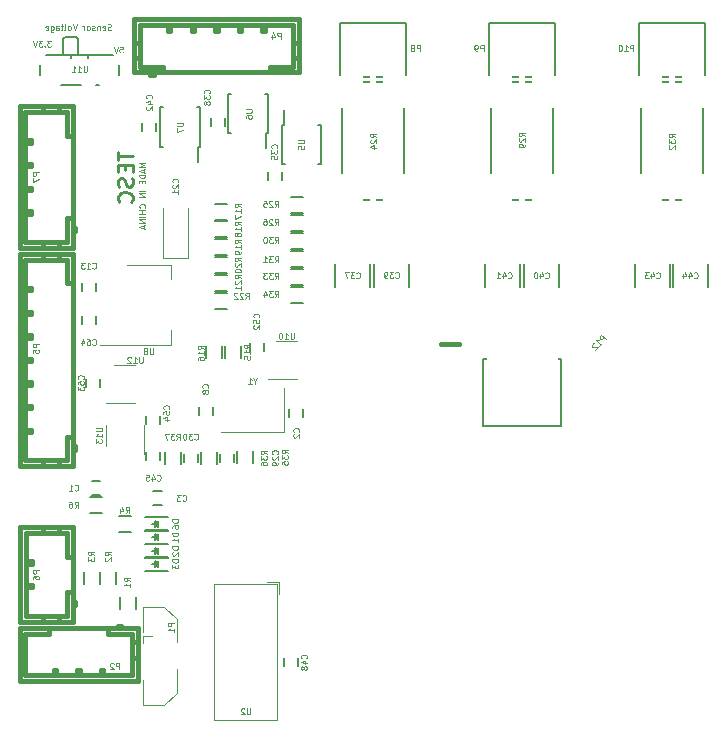
<source format=gbo>
G04 #@! TF.GenerationSoftware,KiCad,Pcbnew,(5.1.5-0)*
G04 #@! TF.CreationDate,2020-05-03T08:20:05+08:00*
G04 #@! TF.ProjectId,VESC_6,56455343-5f36-42e6-9b69-6361645f7063,A*
G04 #@! TF.SameCoordinates,Original*
G04 #@! TF.FileFunction,Legend,Bot*
G04 #@! TF.FilePolarity,Positive*
%FSLAX46Y46*%
G04 Gerber Fmt 4.6, Leading zero omitted, Abs format (unit mm)*
G04 Created by KiCad (PCBNEW (5.1.5-0)) date 2020-05-03 08:20:05*
%MOMM*%
%LPD*%
G04 APERTURE LIST*
%ADD10C,0.101600*%
%ADD11C,0.406400*%
%ADD12C,0.254000*%
%ADD13C,0.150000*%
%ADD14C,0.120000*%
%ADD15C,0.381000*%
%ADD16R,1.000000X0.800000*%
%ADD17R,0.700000X1.500000*%
%ADD18C,0.900000*%
%ADD19R,0.797560X0.797560*%
%ADD20O,1.100000X2.200000*%
%ADD21O,1.100000X1.800000*%
%ADD22R,1.500000X0.450000*%
%ADD23R,0.600000X2.700000*%
%ADD24R,2.300000X2.700000*%
%ADD25R,1.500000X1.950000*%
%ADD26R,0.450000X1.450000*%
%ADD27R,2.500000X1.000000*%
%ADD28R,0.900000X0.500000*%
%ADD29R,0.500000X0.900000*%
%ADD30R,0.750000X0.800000*%
%ADD31R,0.800000X0.750000*%
%ADD32C,1.600000*%
%ADD33O,1.699260X1.198880*%
%ADD34R,1.699260X1.198880*%
%ADD35C,3.000000*%
%ADD36O,1.198880X1.699260*%
%ADD37R,1.198880X1.699260*%
%ADD38R,5.000000X4.000000*%
%ADD39R,6.000000X5.000000*%
%ADD40R,0.800000X0.550000*%
%ADD41R,0.550000X0.800000*%
%ADD42R,0.400000X0.800000*%
%ADD43R,0.800000X0.400000*%
%ADD44R,1.500000X2.800000*%
%ADD45R,2.000000X3.800000*%
%ADD46R,2.000000X1.500000*%
%ADD47R,1.060000X0.650000*%
%ADD48R,0.650000X1.060000*%
%ADD49R,1.600000X1.300000*%
G04 APERTURE END LIST*
D10*
X122923904Y-56085619D02*
X122851333Y-56109809D01*
X122730380Y-56109809D01*
X122682000Y-56085619D01*
X122657809Y-56061428D01*
X122633619Y-56013047D01*
X122633619Y-55964666D01*
X122657809Y-55916285D01*
X122682000Y-55892095D01*
X122730380Y-55867904D01*
X122827142Y-55843714D01*
X122875523Y-55819523D01*
X122899714Y-55795333D01*
X122923904Y-55746952D01*
X122923904Y-55698571D01*
X122899714Y-55650190D01*
X122875523Y-55626000D01*
X122827142Y-55601809D01*
X122706190Y-55601809D01*
X122633619Y-55626000D01*
X122222380Y-56085619D02*
X122270761Y-56109809D01*
X122367523Y-56109809D01*
X122415904Y-56085619D01*
X122440095Y-56037238D01*
X122440095Y-55843714D01*
X122415904Y-55795333D01*
X122367523Y-55771142D01*
X122270761Y-55771142D01*
X122222380Y-55795333D01*
X122198190Y-55843714D01*
X122198190Y-55892095D01*
X122440095Y-55940476D01*
X121980476Y-55771142D02*
X121980476Y-56109809D01*
X121980476Y-55819523D02*
X121956285Y-55795333D01*
X121907904Y-55771142D01*
X121835333Y-55771142D01*
X121786952Y-55795333D01*
X121762761Y-55843714D01*
X121762761Y-56109809D01*
X121545047Y-56085619D02*
X121496666Y-56109809D01*
X121399904Y-56109809D01*
X121351523Y-56085619D01*
X121327333Y-56037238D01*
X121327333Y-56013047D01*
X121351523Y-55964666D01*
X121399904Y-55940476D01*
X121472476Y-55940476D01*
X121520857Y-55916285D01*
X121545047Y-55867904D01*
X121545047Y-55843714D01*
X121520857Y-55795333D01*
X121472476Y-55771142D01*
X121399904Y-55771142D01*
X121351523Y-55795333D01*
X121037047Y-56109809D02*
X121085428Y-56085619D01*
X121109619Y-56061428D01*
X121133809Y-56013047D01*
X121133809Y-55867904D01*
X121109619Y-55819523D01*
X121085428Y-55795333D01*
X121037047Y-55771142D01*
X120964476Y-55771142D01*
X120916095Y-55795333D01*
X120891904Y-55819523D01*
X120867714Y-55867904D01*
X120867714Y-56013047D01*
X120891904Y-56061428D01*
X120916095Y-56085619D01*
X120964476Y-56109809D01*
X121037047Y-56109809D01*
X120650000Y-56109809D02*
X120650000Y-55771142D01*
X120650000Y-55867904D02*
X120625809Y-55819523D01*
X120601619Y-55795333D01*
X120553238Y-55771142D01*
X120504857Y-55771142D01*
X120021047Y-55601809D02*
X119851714Y-56109809D01*
X119682380Y-55601809D01*
X119440476Y-56109809D02*
X119488857Y-56085619D01*
X119513047Y-56061428D01*
X119537238Y-56013047D01*
X119537238Y-55867904D01*
X119513047Y-55819523D01*
X119488857Y-55795333D01*
X119440476Y-55771142D01*
X119367904Y-55771142D01*
X119319523Y-55795333D01*
X119295333Y-55819523D01*
X119271142Y-55867904D01*
X119271142Y-56013047D01*
X119295333Y-56061428D01*
X119319523Y-56085619D01*
X119367904Y-56109809D01*
X119440476Y-56109809D01*
X118980857Y-56109809D02*
X119029238Y-56085619D01*
X119053428Y-56037238D01*
X119053428Y-55601809D01*
X118859904Y-55771142D02*
X118666380Y-55771142D01*
X118787333Y-55601809D02*
X118787333Y-56037238D01*
X118763142Y-56085619D01*
X118714761Y-56109809D01*
X118666380Y-56109809D01*
X118279333Y-56109809D02*
X118279333Y-55843714D01*
X118303523Y-55795333D01*
X118351904Y-55771142D01*
X118448666Y-55771142D01*
X118497047Y-55795333D01*
X118279333Y-56085619D02*
X118327714Y-56109809D01*
X118448666Y-56109809D01*
X118497047Y-56085619D01*
X118521238Y-56037238D01*
X118521238Y-55988857D01*
X118497047Y-55940476D01*
X118448666Y-55916285D01*
X118327714Y-55916285D01*
X118279333Y-55892095D01*
X117819714Y-55771142D02*
X117819714Y-56182380D01*
X117843904Y-56230761D01*
X117868095Y-56254952D01*
X117916476Y-56279142D01*
X117989047Y-56279142D01*
X118037428Y-56254952D01*
X117819714Y-56085619D02*
X117868095Y-56109809D01*
X117964857Y-56109809D01*
X118013238Y-56085619D01*
X118037428Y-56061428D01*
X118061619Y-56013047D01*
X118061619Y-55867904D01*
X118037428Y-55819523D01*
X118013238Y-55795333D01*
X117964857Y-55771142D01*
X117868095Y-55771142D01*
X117819714Y-55795333D01*
X117384285Y-56085619D02*
X117432666Y-56109809D01*
X117529428Y-56109809D01*
X117577809Y-56085619D01*
X117602000Y-56037238D01*
X117602000Y-55843714D01*
X117577809Y-55795333D01*
X117529428Y-55771142D01*
X117432666Y-55771142D01*
X117384285Y-55795333D01*
X117360095Y-55843714D01*
X117360095Y-55892095D01*
X117602000Y-55940476D01*
D11*
X150876000Y-82677000D02*
X152400000Y-82677000D01*
D10*
X125832809Y-67334190D02*
X125324809Y-67334190D01*
X125687666Y-67503523D01*
X125324809Y-67672857D01*
X125832809Y-67672857D01*
X125687666Y-67890571D02*
X125687666Y-68132476D01*
X125832809Y-67842190D02*
X125324809Y-68011523D01*
X125832809Y-68180857D01*
X125832809Y-68350190D02*
X125324809Y-68350190D01*
X125324809Y-68471142D01*
X125349000Y-68543714D01*
X125397380Y-68592095D01*
X125445761Y-68616285D01*
X125542523Y-68640476D01*
X125615095Y-68640476D01*
X125711857Y-68616285D01*
X125760238Y-68592095D01*
X125808619Y-68543714D01*
X125832809Y-68471142D01*
X125832809Y-68350190D01*
X125566714Y-68858190D02*
X125566714Y-69027523D01*
X125832809Y-69100095D02*
X125832809Y-68858190D01*
X125324809Y-68858190D01*
X125324809Y-69100095D01*
X125832809Y-69704857D02*
X125324809Y-69704857D01*
X125832809Y-69946761D02*
X125324809Y-69946761D01*
X125832809Y-70237047D01*
X125324809Y-70237047D01*
X125784428Y-71156285D02*
X125808619Y-71132095D01*
X125832809Y-71059523D01*
X125832809Y-71011142D01*
X125808619Y-70938571D01*
X125760238Y-70890190D01*
X125711857Y-70866000D01*
X125615095Y-70841809D01*
X125542523Y-70841809D01*
X125445761Y-70866000D01*
X125397380Y-70890190D01*
X125349000Y-70938571D01*
X125324809Y-71011142D01*
X125324809Y-71059523D01*
X125349000Y-71132095D01*
X125373190Y-71156285D01*
X125832809Y-71374000D02*
X125324809Y-71374000D01*
X125566714Y-71374000D02*
X125566714Y-71664285D01*
X125832809Y-71664285D02*
X125324809Y-71664285D01*
X125832809Y-71906190D02*
X125324809Y-71906190D01*
X125832809Y-72148095D02*
X125324809Y-72148095D01*
X125832809Y-72438380D01*
X125324809Y-72438380D01*
X125687666Y-72656095D02*
X125687666Y-72898000D01*
X125832809Y-72607714D02*
X125324809Y-72777047D01*
X125832809Y-72946380D01*
D12*
X123510523Y-66402857D02*
X123510523Y-67128571D01*
X124780523Y-66765714D02*
X123510523Y-66765714D01*
X124115285Y-67551904D02*
X124115285Y-67975238D01*
X124780523Y-68156666D02*
X124780523Y-67551904D01*
X123510523Y-67551904D01*
X123510523Y-68156666D01*
X124720047Y-68640476D02*
X124780523Y-68821904D01*
X124780523Y-69124285D01*
X124720047Y-69245238D01*
X124659571Y-69305714D01*
X124538619Y-69366190D01*
X124417666Y-69366190D01*
X124296714Y-69305714D01*
X124236238Y-69245238D01*
X124175761Y-69124285D01*
X124115285Y-68882380D01*
X124054809Y-68761428D01*
X123994333Y-68700952D01*
X123873380Y-68640476D01*
X123752428Y-68640476D01*
X123631476Y-68700952D01*
X123571000Y-68761428D01*
X123510523Y-68882380D01*
X123510523Y-69184761D01*
X123571000Y-69366190D01*
X124659571Y-70636190D02*
X124720047Y-70575714D01*
X124780523Y-70394285D01*
X124780523Y-70273333D01*
X124720047Y-70091904D01*
X124599095Y-69970952D01*
X124478142Y-69910476D01*
X124236238Y-69850000D01*
X124054809Y-69850000D01*
X123812904Y-69910476D01*
X123691952Y-69970952D01*
X123571000Y-70091904D01*
X123510523Y-70273333D01*
X123510523Y-70394285D01*
X123571000Y-70575714D01*
X123631476Y-70636190D01*
D10*
X117843904Y-56998809D02*
X117529428Y-56998809D01*
X117698761Y-57192333D01*
X117626190Y-57192333D01*
X117577809Y-57216523D01*
X117553619Y-57240714D01*
X117529428Y-57289095D01*
X117529428Y-57410047D01*
X117553619Y-57458428D01*
X117577809Y-57482619D01*
X117626190Y-57506809D01*
X117771333Y-57506809D01*
X117819714Y-57482619D01*
X117843904Y-57458428D01*
X117311714Y-57458428D02*
X117287523Y-57482619D01*
X117311714Y-57506809D01*
X117335904Y-57482619D01*
X117311714Y-57458428D01*
X117311714Y-57506809D01*
X117118190Y-56998809D02*
X116803714Y-56998809D01*
X116973047Y-57192333D01*
X116900476Y-57192333D01*
X116852095Y-57216523D01*
X116827904Y-57240714D01*
X116803714Y-57289095D01*
X116803714Y-57410047D01*
X116827904Y-57458428D01*
X116852095Y-57482619D01*
X116900476Y-57506809D01*
X117045619Y-57506809D01*
X117094000Y-57482619D01*
X117118190Y-57458428D01*
X116658571Y-56998809D02*
X116489238Y-57506809D01*
X116319904Y-56998809D01*
X123667761Y-57506809D02*
X123909666Y-57506809D01*
X123933857Y-57748714D01*
X123909666Y-57724523D01*
X123861285Y-57700333D01*
X123740333Y-57700333D01*
X123691952Y-57724523D01*
X123667761Y-57748714D01*
X123643571Y-57797095D01*
X123643571Y-57918047D01*
X123667761Y-57966428D01*
X123691952Y-57990619D01*
X123740333Y-58014809D01*
X123861285Y-58014809D01*
X123909666Y-57990619D01*
X123933857Y-57966428D01*
X123498428Y-57506809D02*
X123329095Y-58014809D01*
X123159761Y-57506809D01*
D13*
X123619000Y-59092000D02*
X123619000Y-59892000D01*
X116919000Y-59892000D02*
X116919000Y-59092000D01*
X118669000Y-60792000D02*
X120369000Y-60792000D01*
X117419000Y-58192000D02*
X123119000Y-58192000D01*
X120169000Y-56892000D02*
X120169000Y-58192000D01*
X119069000Y-56692000D02*
X119969000Y-56692000D01*
X118869000Y-58192000D02*
X118869000Y-56892000D01*
X120169000Y-56892000D02*
X119969000Y-56692000D01*
X118869000Y-56892000D02*
X119069000Y-56692000D01*
X121669000Y-60792000D02*
X121869000Y-60792000D01*
X119519000Y-58492000D02*
X119519000Y-58192000D01*
X121019000Y-58492000D02*
X121019000Y-58192000D01*
X127719000Y-101896000D02*
X125819000Y-101896000D01*
X127719000Y-100796000D02*
X125819000Y-100796000D01*
X126819000Y-101346000D02*
X126369000Y-101346000D01*
X126869000Y-101096000D02*
X126869000Y-101596000D01*
X126869000Y-101346000D02*
X126619000Y-101096000D01*
X126619000Y-101096000D02*
X126619000Y-101596000D01*
X126619000Y-101596000D02*
X126869000Y-101346000D01*
X127719000Y-99610000D02*
X125819000Y-99610000D01*
X127719000Y-98510000D02*
X125819000Y-98510000D01*
X126819000Y-99060000D02*
X126369000Y-99060000D01*
X126869000Y-98810000D02*
X126869000Y-99310000D01*
X126869000Y-99060000D02*
X126619000Y-98810000D01*
X126619000Y-98810000D02*
X126619000Y-99310000D01*
X126619000Y-99310000D02*
X126869000Y-99060000D01*
X127719000Y-100753000D02*
X125819000Y-100753000D01*
X127719000Y-99653000D02*
X125819000Y-99653000D01*
X126819000Y-100203000D02*
X126369000Y-100203000D01*
X126869000Y-99953000D02*
X126869000Y-100453000D01*
X126869000Y-100203000D02*
X126619000Y-99953000D01*
X126619000Y-99953000D02*
X126619000Y-100453000D01*
X126619000Y-100453000D02*
X126869000Y-100203000D01*
X126619000Y-98167000D02*
X126869000Y-97917000D01*
X126619000Y-97667000D02*
X126619000Y-98167000D01*
X126869000Y-97917000D02*
X126619000Y-97667000D01*
X126869000Y-97667000D02*
X126869000Y-98167000D01*
X126819000Y-97917000D02*
X126369000Y-97917000D01*
X127719000Y-97367000D02*
X125819000Y-97367000D01*
X127719000Y-98467000D02*
X125819000Y-98467000D01*
D14*
X128544000Y-112200000D02*
X127444000Y-113250000D01*
X128544000Y-106000000D02*
X127444000Y-104950000D01*
X125619000Y-111100000D02*
X125619000Y-113250000D01*
X128544000Y-112200000D02*
X128544000Y-110100000D01*
X125619000Y-104950000D02*
X127444000Y-104950000D01*
X128544000Y-106000000D02*
X128544000Y-108100000D01*
X125619000Y-113250000D02*
X127444000Y-113250000D01*
X125619000Y-107100000D02*
X125619000Y-104950000D01*
X125619000Y-107400000D02*
X125619000Y-108000000D01*
X126369000Y-107400000D02*
X125619000Y-107400000D01*
D13*
X147716000Y-60532000D02*
X142516000Y-60532000D01*
X147716000Y-70532000D02*
X147716000Y-60532000D01*
X142516000Y-70532000D02*
X147716000Y-70532000D01*
X142516000Y-60532000D02*
X142516000Y-70532000D01*
X173034000Y-60532000D02*
X167834000Y-60532000D01*
X173034000Y-70532000D02*
X173034000Y-60532000D01*
X167834000Y-70532000D02*
X173034000Y-70532000D01*
X167834000Y-60532000D02*
X167834000Y-70532000D01*
X160334000Y-60532000D02*
X155134000Y-60532000D01*
X160334000Y-70532000D02*
X160334000Y-60532000D01*
X155134000Y-70532000D02*
X160334000Y-70532000D01*
X155134000Y-60532000D02*
X155134000Y-70532000D01*
D14*
X129447000Y-75421000D02*
X127347000Y-75421000D01*
X127347000Y-75421000D02*
X127347000Y-71171000D01*
X129447000Y-75421000D02*
X129447000Y-71171000D01*
D13*
X137390000Y-64111000D02*
X137565000Y-64111000D01*
X137390000Y-67461000D02*
X137640000Y-67461000D01*
X140740000Y-67461000D02*
X140490000Y-67461000D01*
X140740000Y-64111000D02*
X140490000Y-64111000D01*
X137390000Y-64111000D02*
X137390000Y-67461000D01*
X140740000Y-64111000D02*
X140740000Y-67461000D01*
X137565000Y-64111000D02*
X137565000Y-62861000D01*
X136218800Y-64870200D02*
X136043800Y-64870200D01*
X136218800Y-61520200D02*
X135968800Y-61520200D01*
X132868800Y-61520200D02*
X133118800Y-61520200D01*
X132868800Y-64870200D02*
X133118800Y-64870200D01*
X136218800Y-64870200D02*
X136218800Y-61520200D01*
X132868800Y-64870200D02*
X132868800Y-61520200D01*
X136043800Y-64870200D02*
X136043800Y-66120200D01*
X130440300Y-66013200D02*
X130265300Y-66013200D01*
X130440300Y-62663200D02*
X130190300Y-62663200D01*
X127090300Y-62663200D02*
X127340300Y-62663200D01*
X127090300Y-66013200D02*
X127340300Y-66013200D01*
X130440300Y-66013200D02*
X130440300Y-62663200D01*
X127090300Y-66013200D02*
X127090300Y-62663200D01*
X130265300Y-66013200D02*
X130265300Y-67263200D01*
X144858000Y-75898500D02*
X144858000Y-77898500D01*
X141908000Y-77898500D02*
X141908000Y-75898500D01*
X148160000Y-75898500D02*
X148160000Y-77898500D01*
X145210000Y-77898500D02*
X145210000Y-75898500D01*
X160860000Y-75898500D02*
X160860000Y-77898500D01*
X157910000Y-77898500D02*
X157910000Y-75898500D01*
X157558000Y-75898500D02*
X157558000Y-77898500D01*
X154608000Y-77898500D02*
X154608000Y-75898500D01*
X170258000Y-75898500D02*
X170258000Y-77898500D01*
X167308000Y-77898500D02*
X167308000Y-75898500D01*
X173433000Y-75898500D02*
X173433000Y-77898500D01*
X170483000Y-77898500D02*
X170483000Y-75898500D01*
X123658000Y-104148000D02*
X123658000Y-105148000D01*
X125008000Y-105148000D02*
X125008000Y-104148000D01*
X123357000Y-102989000D02*
X123357000Y-101989000D01*
X122007000Y-101989000D02*
X122007000Y-102989000D01*
X121964300Y-102977000D02*
X121964300Y-101977000D01*
X120614300Y-101977000D02*
X120614300Y-102977000D01*
X121166000Y-97004500D02*
X122166000Y-97004500D01*
X122166000Y-95654500D02*
X121166000Y-95654500D01*
X132606000Y-82869000D02*
X132606000Y-83869000D01*
X133956000Y-83869000D02*
X133956000Y-82869000D01*
X131009800Y-82880200D02*
X131009800Y-83880200D01*
X132359800Y-83880200D02*
X132359800Y-82880200D01*
X132716500Y-70826000D02*
X131716500Y-70826000D01*
X131716500Y-72176000D02*
X132716500Y-72176000D01*
X132716500Y-72286500D02*
X131716500Y-72286500D01*
X131716500Y-73636500D02*
X132716500Y-73636500D01*
X132716500Y-73810500D02*
X131716500Y-73810500D01*
X131716500Y-75160500D02*
X132716500Y-75160500D01*
X132716500Y-75334500D02*
X131716500Y-75334500D01*
X131716500Y-76684500D02*
X132716500Y-76684500D01*
X132716500Y-76858500D02*
X131716500Y-76858500D01*
X131716500Y-78208500D02*
X132716500Y-78208500D01*
X132716500Y-78382500D02*
X131716500Y-78382500D01*
X131716500Y-79732500D02*
X132716500Y-79732500D01*
X138172000Y-71604500D02*
X139172000Y-71604500D01*
X139172000Y-70254500D02*
X138172000Y-70254500D01*
X138171300Y-73141200D02*
X139171300Y-73141200D01*
X139171300Y-71791200D02*
X138171300Y-71791200D01*
X138184000Y-74652500D02*
X139184000Y-74652500D01*
X139184000Y-73302500D02*
X138184000Y-73302500D01*
X138184000Y-76176500D02*
X139184000Y-76176500D01*
X139184000Y-74826500D02*
X138184000Y-74826500D01*
X138184000Y-77700500D02*
X139184000Y-77700500D01*
X139184000Y-76350500D02*
X138184000Y-76350500D01*
X138184000Y-79224500D02*
X139184000Y-79224500D01*
X139184000Y-77874500D02*
X138184000Y-77874500D01*
X133564000Y-91778200D02*
X133564000Y-92778200D01*
X134914000Y-92778200D02*
X134914000Y-91778200D01*
X137379000Y-68803000D02*
X137379000Y-68103000D01*
X136179000Y-68103000D02*
X136179000Y-68803000D01*
X122003300Y-94281700D02*
X121303300Y-94281700D01*
X121303300Y-95481700D02*
X122003300Y-95481700D01*
X139157000Y-88869000D02*
X139157000Y-88169000D01*
X137957000Y-88169000D02*
X137957000Y-88869000D01*
X127223000Y-95158000D02*
X126523000Y-95158000D01*
X126523000Y-96358000D02*
X127223000Y-96358000D01*
X130337000Y-88042000D02*
X130337000Y-88742000D01*
X131537000Y-88742000D02*
X131537000Y-88042000D01*
X120431000Y-77501000D02*
X120431000Y-78201000D01*
X121631000Y-78201000D02*
X121631000Y-77501000D01*
X135855000Y-83281000D02*
X135855000Y-82581000D01*
X134655000Y-82581000D02*
X134655000Y-83281000D01*
X131353000Y-63531000D02*
X131353000Y-64231000D01*
X132553000Y-64231000D02*
X132553000Y-63531000D01*
X125574500Y-63987500D02*
X125574500Y-64687500D01*
X126774500Y-64687500D02*
X126774500Y-63987500D01*
X120431000Y-80295000D02*
X120431000Y-80995000D01*
X121631000Y-80995000D02*
X121631000Y-80295000D01*
D15*
X119899920Y-104802480D02*
X119699260Y-104802480D01*
X119899920Y-104502760D02*
X119899920Y-104802480D01*
X119699260Y-104502760D02*
X119899920Y-104502760D01*
X119699260Y-98201020D02*
X115200920Y-98201020D01*
X119699260Y-106202020D02*
X115200920Y-106202020D01*
X119198880Y-100700380D02*
X119699260Y-100700380D01*
X119198880Y-98701400D02*
X119198880Y-100700380D01*
X115698760Y-98701400D02*
X119198880Y-98701400D01*
X119198880Y-105701640D02*
X115698760Y-105701640D01*
X119198880Y-103702660D02*
X119198880Y-105701640D01*
X119699260Y-103702660D02*
X119198880Y-103702660D01*
X118500380Y-105701640D02*
X118500380Y-106202020D01*
X117199900Y-105701640D02*
X117199900Y-106202020D01*
X117199900Y-98701400D02*
X117199900Y-98201020D01*
X118500380Y-98201020D02*
X118500380Y-98701400D01*
X116199140Y-101104240D02*
X115698760Y-101104240D01*
X116199140Y-101302360D02*
X116199140Y-101104240D01*
X115698760Y-101302360D02*
X116199140Y-101302360D01*
X115698760Y-103301340D02*
X116199140Y-103301340D01*
X116199140Y-103301340D02*
X116199140Y-103103220D01*
X116199140Y-103103220D02*
X115698760Y-103103220D01*
X115200920Y-106202020D02*
X115200920Y-98201020D01*
X115698760Y-98701400D02*
X115698760Y-105701640D01*
X119699260Y-106202020D02*
X119699260Y-98201020D01*
X123784360Y-106558080D02*
X123784360Y-106758740D01*
X123484640Y-106558080D02*
X123784360Y-106558080D01*
X123484640Y-106758740D02*
X123484640Y-106558080D01*
X115181380Y-106758740D02*
X115181380Y-111257080D01*
X125183900Y-106758740D02*
X125183900Y-111257080D01*
X117680740Y-107259120D02*
X117680740Y-106758740D01*
X115681760Y-107259120D02*
X117680740Y-107259120D01*
X115681760Y-110759240D02*
X115681760Y-107259120D01*
X124683520Y-107259120D02*
X124683520Y-110759240D01*
X122684540Y-107259120D02*
X124683520Y-107259120D01*
X122684540Y-106758740D02*
X122684540Y-107259120D01*
X124683520Y-107957620D02*
X125183900Y-107957620D01*
X124683520Y-109258100D02*
X125183900Y-109258100D01*
X115681760Y-109258100D02*
X115181380Y-109258100D01*
X115181380Y-107957620D02*
X115681760Y-107957620D01*
X118084600Y-110258860D02*
X118084600Y-110759240D01*
X118282720Y-110258860D02*
X118084600Y-110258860D01*
X118282720Y-110759240D02*
X118282720Y-110258860D01*
X122283220Y-110759240D02*
X122283220Y-110258860D01*
X122283220Y-110258860D02*
X122085100Y-110258860D01*
X122085100Y-110258860D02*
X122085100Y-110759240D01*
X125183900Y-106758740D02*
X115181380Y-106758740D01*
X115681760Y-110759240D02*
X124683520Y-110759240D01*
X125183900Y-111257080D02*
X115181380Y-111257080D01*
X120281700Y-110759240D02*
X120281700Y-110258860D01*
X120281700Y-110258860D02*
X120083580Y-110258860D01*
X120083580Y-110258860D02*
X120083580Y-110759240D01*
X126246760Y-59899920D02*
X126246760Y-59699260D01*
X126546480Y-59899920D02*
X126246760Y-59899920D01*
X126546480Y-59699260D02*
X126546480Y-59899920D01*
X138850240Y-59699260D02*
X138850240Y-55200920D01*
X124847220Y-59699260D02*
X124847220Y-55200920D01*
X136350880Y-59198880D02*
X136350880Y-59699260D01*
X138349860Y-59198880D02*
X136350880Y-59198880D01*
X138349860Y-55698760D02*
X138349860Y-59198880D01*
X125347600Y-59198880D02*
X125347600Y-55698760D01*
X127346580Y-59198880D02*
X125347600Y-59198880D01*
X127346580Y-59699260D02*
X127346580Y-59198880D01*
X125347600Y-58500380D02*
X124847220Y-58500380D01*
X125347600Y-57199900D02*
X124847220Y-57199900D01*
X138349860Y-57199900D02*
X138850240Y-57199900D01*
X138850240Y-58500380D02*
X138349860Y-58500380D01*
X131946520Y-56199140D02*
X131946520Y-55698760D01*
X131748400Y-56199140D02*
X131946520Y-56199140D01*
X131748400Y-55698760D02*
X131748400Y-56199140D01*
X127747900Y-55698760D02*
X127747900Y-56199140D01*
X127747900Y-56199140D02*
X127946020Y-56199140D01*
X127946020Y-56199140D02*
X127946020Y-55698760D01*
X129749420Y-55698760D02*
X129749420Y-56199140D01*
X129749420Y-56199140D02*
X129947540Y-56199140D01*
X129947540Y-56199140D02*
X129947540Y-55698760D01*
X135748900Y-55698760D02*
X135748900Y-56199140D01*
X135748900Y-56199140D02*
X135947020Y-56199140D01*
X135947020Y-56199140D02*
X135947020Y-55698760D01*
X133945500Y-56199140D02*
X133945500Y-55698760D01*
X133747380Y-56199140D02*
X133945500Y-56199140D01*
X133747380Y-55698760D02*
X133747380Y-56199140D01*
X138349860Y-55698760D02*
X125350140Y-55698760D01*
X124849760Y-55200920D02*
X138850240Y-55200920D01*
X138850240Y-59699260D02*
X124849760Y-59699260D01*
X119882920Y-91650760D02*
X119682260Y-91650760D01*
X119882920Y-91351040D02*
X119882920Y-91650760D01*
X119682260Y-91351040D02*
X119882920Y-91351040D01*
X119682260Y-75046780D02*
X115183920Y-75046780D01*
X119682260Y-93050300D02*
X115183920Y-93050300D01*
X119181880Y-77546140D02*
X119682260Y-77546140D01*
X119181880Y-75547160D02*
X119181880Y-77546140D01*
X115681760Y-75547160D02*
X119181880Y-75547160D01*
X119181880Y-92549920D02*
X115681760Y-92549920D01*
X119181880Y-90550940D02*
X119181880Y-92549920D01*
X119682260Y-90550940D02*
X119181880Y-90550940D01*
X118483380Y-92549920D02*
X118483380Y-93050300D01*
X117182900Y-92549920D02*
X117182900Y-93050300D01*
X117182900Y-75547160D02*
X117182900Y-75046780D01*
X118483380Y-75046780D02*
X118483380Y-75547160D01*
X116182140Y-85951000D02*
X115681760Y-85951000D01*
X116182140Y-86149120D02*
X116182140Y-85951000D01*
X115681760Y-86149120D02*
X116182140Y-86149120D01*
X115681760Y-90149620D02*
X116182140Y-90149620D01*
X116182140Y-90149620D02*
X116182140Y-89951500D01*
X116182140Y-89951500D02*
X115681760Y-89951500D01*
X115681760Y-88148100D02*
X116182140Y-88148100D01*
X116182140Y-88148100D02*
X116182140Y-87949980D01*
X116182140Y-87949980D02*
X115681760Y-87949980D01*
X115681760Y-80147100D02*
X116182140Y-80147100D01*
X116182140Y-80147100D02*
X116182140Y-79948980D01*
X116182140Y-79948980D02*
X115681760Y-79948980D01*
X116182140Y-83952020D02*
X115681760Y-83952020D01*
X116182140Y-84150140D02*
X116182140Y-83952020D01*
X115681760Y-84150140D02*
X116182140Y-84150140D01*
X116182140Y-77950000D02*
X115681760Y-77950000D01*
X116182140Y-78148120D02*
X116182140Y-77950000D01*
X115681760Y-78148120D02*
X116182140Y-78148120D01*
X116182140Y-81947960D02*
X115681760Y-81947960D01*
X116182140Y-82146080D02*
X116182140Y-81947960D01*
X115681760Y-82146080D02*
X116182140Y-82146080D01*
X119682260Y-93045220D02*
X119682260Y-75046780D01*
X115681760Y-75547160D02*
X115681760Y-92544840D01*
X115183920Y-93045220D02*
X115183920Y-75046780D01*
X119882920Y-73148480D02*
X119682260Y-73148480D01*
X119882920Y-72848760D02*
X119882920Y-73148480D01*
X119682260Y-72848760D02*
X119882920Y-72848760D01*
X119682260Y-62546520D02*
X115183920Y-62546520D01*
X119682260Y-74548020D02*
X115183920Y-74548020D01*
X119181880Y-65045880D02*
X119682260Y-65045880D01*
X119181880Y-63046900D02*
X119181880Y-65045880D01*
X115681760Y-63046900D02*
X119181880Y-63046900D01*
X119181880Y-74047640D02*
X115681760Y-74047640D01*
X119181880Y-72048660D02*
X119181880Y-74047640D01*
X119682260Y-72048660D02*
X119181880Y-72048660D01*
X118483380Y-74047640D02*
X118483380Y-74548020D01*
X117182900Y-74047640D02*
X117182900Y-74548020D01*
X117182900Y-63046900D02*
X117182900Y-62546520D01*
X118483380Y-62546520D02*
X118483380Y-63046900D01*
X116182140Y-67448720D02*
X115681760Y-67448720D01*
X116182140Y-67646840D02*
X116182140Y-67448720D01*
X115681760Y-67646840D02*
X116182140Y-67646840D01*
X115681760Y-71647340D02*
X116182140Y-71647340D01*
X116182140Y-71647340D02*
X116182140Y-71449220D01*
X116182140Y-71449220D02*
X115681760Y-71449220D01*
X115681760Y-69645820D02*
X116182140Y-69645820D01*
X116182140Y-69645820D02*
X116182140Y-69447700D01*
X116182140Y-69447700D02*
X115681760Y-69447700D01*
X115681760Y-65647860D02*
X116182140Y-65647860D01*
X116182140Y-65647860D02*
X116182140Y-65449740D01*
X116182140Y-65449740D02*
X115681760Y-65449740D01*
X115183920Y-62546520D02*
X115183920Y-74545480D01*
X115681760Y-74045100D02*
X115681760Y-63046900D01*
X119682260Y-62546520D02*
X119682260Y-74545480D01*
D13*
X147914500Y-55485000D02*
X142314500Y-55485000D01*
X147914500Y-60085000D02*
X147914500Y-55485000D01*
X142314500Y-60085000D02*
X147914500Y-60085000D01*
X142314500Y-55485000D02*
X142314500Y-60085000D01*
X160534000Y-55485000D02*
X154934000Y-55485000D01*
X160534000Y-60085000D02*
X160534000Y-55485000D01*
X154934000Y-60085000D02*
X160534000Y-60085000D01*
X154934000Y-55485000D02*
X154934000Y-60085000D01*
X167634000Y-55485000D02*
X167634000Y-60085000D01*
X167634000Y-60085000D02*
X173234000Y-60085000D01*
X173234000Y-60085000D02*
X173234000Y-55485000D01*
X173234000Y-55485000D02*
X167634000Y-55485000D01*
X154434000Y-84000000D02*
X154434000Y-89600000D01*
X161034000Y-84000000D02*
X154434000Y-84000000D01*
X161034000Y-89600000D02*
X161034000Y-84000000D01*
X154434000Y-89600000D02*
X161034000Y-89600000D01*
X132115000Y-91979000D02*
X132115000Y-92679000D01*
X133315000Y-92679000D02*
X133315000Y-91979000D01*
X129067000Y-91979000D02*
X129067000Y-92679000D01*
X130267000Y-92679000D02*
X130267000Y-91979000D01*
X125892000Y-91852000D02*
X125892000Y-92552000D01*
X127092000Y-92552000D02*
X127092000Y-91852000D01*
X137548000Y-109281000D02*
X137548000Y-109981000D01*
X138748000Y-109981000D02*
X138748000Y-109281000D01*
X120812000Y-85629000D02*
X120812000Y-86329000D01*
X122012000Y-86329000D02*
X122012000Y-85629000D01*
X125892000Y-88804000D02*
X125892000Y-89504000D01*
X127092000Y-89504000D02*
X127092000Y-88804000D01*
X123579000Y-98592000D02*
X124579000Y-98592000D01*
X124579000Y-97242000D02*
X123579000Y-97242000D01*
X131866000Y-92829000D02*
X131866000Y-91829000D01*
X130516000Y-91829000D02*
X130516000Y-92829000D01*
X127468000Y-91817000D02*
X127468000Y-92817000D01*
X128818000Y-92817000D02*
X128818000Y-91817000D01*
D14*
X131678000Y-102982000D02*
X131678000Y-114502000D01*
X136998000Y-102982000D02*
X131678000Y-102982000D01*
X136998000Y-102982000D02*
X136998000Y-114502000D01*
X136998000Y-114502000D02*
X131678000Y-114502000D01*
X137158000Y-102822000D02*
X136158000Y-102822000D01*
X137158000Y-102822000D02*
X137158000Y-103822000D01*
X128021000Y-75965000D02*
X128021000Y-77225000D01*
X128021000Y-82785000D02*
X128021000Y-81525000D01*
X124261000Y-75965000D02*
X128021000Y-75965000D01*
X122011000Y-82785000D02*
X128021000Y-82785000D01*
X136895000Y-82464000D02*
X138695000Y-82464000D01*
X138695000Y-85684000D02*
X136245000Y-85684000D01*
X123179000Y-84496000D02*
X124979000Y-84496000D01*
X124979000Y-87716000D02*
X122529000Y-87716000D01*
X125689000Y-89524000D02*
X125689000Y-91974000D01*
X122469000Y-91324000D02*
X122469000Y-89524000D01*
X137556000Y-90135320D02*
X132256000Y-90135320D01*
X137556000Y-86435320D02*
X137556000Y-90135320D01*
D10*
X120897952Y-59157809D02*
X120897952Y-59569047D01*
X120873761Y-59617428D01*
X120849571Y-59641619D01*
X120801190Y-59665809D01*
X120704428Y-59665809D01*
X120656047Y-59641619D01*
X120631857Y-59617428D01*
X120607666Y-59569047D01*
X120607666Y-59157809D01*
X120099666Y-59665809D02*
X120389952Y-59665809D01*
X120244809Y-59665809D02*
X120244809Y-59157809D01*
X120293190Y-59230380D01*
X120341571Y-59278761D01*
X120389952Y-59302952D01*
X119615857Y-59665809D02*
X119906142Y-59665809D01*
X119761000Y-59665809D02*
X119761000Y-59157809D01*
X119809380Y-59230380D01*
X119857761Y-59278761D01*
X119906142Y-59302952D01*
X128626809Y-100924547D02*
X128118809Y-100924547D01*
X128118809Y-101045500D01*
X128143000Y-101118071D01*
X128191380Y-101166452D01*
X128239761Y-101190642D01*
X128336523Y-101214833D01*
X128409095Y-101214833D01*
X128505857Y-101190642D01*
X128554238Y-101166452D01*
X128602619Y-101118071D01*
X128626809Y-101045500D01*
X128626809Y-100924547D01*
X128118809Y-101384166D02*
X128118809Y-101698642D01*
X128312333Y-101529309D01*
X128312333Y-101601880D01*
X128336523Y-101650261D01*
X128360714Y-101674452D01*
X128409095Y-101698642D01*
X128530047Y-101698642D01*
X128578428Y-101674452D01*
X128602619Y-101650261D01*
X128626809Y-101601880D01*
X128626809Y-101456738D01*
X128602619Y-101408357D01*
X128578428Y-101384166D01*
X128626809Y-98685047D02*
X128118809Y-98685047D01*
X128118809Y-98806000D01*
X128143000Y-98878571D01*
X128191380Y-98926952D01*
X128239761Y-98951142D01*
X128336523Y-98975333D01*
X128409095Y-98975333D01*
X128505857Y-98951142D01*
X128554238Y-98926952D01*
X128602619Y-98878571D01*
X128626809Y-98806000D01*
X128626809Y-98685047D01*
X128626809Y-99459142D02*
X128626809Y-99168857D01*
X128626809Y-99314000D02*
X128118809Y-99314000D01*
X128191380Y-99265619D01*
X128239761Y-99217238D01*
X128263952Y-99168857D01*
X128626809Y-99828047D02*
X128118809Y-99828047D01*
X128118809Y-99949000D01*
X128143000Y-100021571D01*
X128191380Y-100069952D01*
X128239761Y-100094142D01*
X128336523Y-100118333D01*
X128409095Y-100118333D01*
X128505857Y-100094142D01*
X128554238Y-100069952D01*
X128602619Y-100021571D01*
X128626809Y-99949000D01*
X128626809Y-99828047D01*
X128167190Y-100311857D02*
X128143000Y-100336047D01*
X128118809Y-100384428D01*
X128118809Y-100505380D01*
X128143000Y-100553761D01*
X128167190Y-100577952D01*
X128215571Y-100602142D01*
X128263952Y-100602142D01*
X128336523Y-100577952D01*
X128626809Y-100287666D01*
X128626809Y-100602142D01*
X128626809Y-97542047D02*
X128118809Y-97542047D01*
X128118809Y-97663000D01*
X128143000Y-97735571D01*
X128191380Y-97783952D01*
X128239761Y-97808142D01*
X128336523Y-97832333D01*
X128409095Y-97832333D01*
X128505857Y-97808142D01*
X128554238Y-97783952D01*
X128602619Y-97735571D01*
X128626809Y-97663000D01*
X128626809Y-97542047D01*
X128118809Y-98267761D02*
X128118809Y-98171000D01*
X128143000Y-98122619D01*
X128167190Y-98098428D01*
X128239761Y-98050047D01*
X128336523Y-98025857D01*
X128530047Y-98025857D01*
X128578428Y-98050047D01*
X128602619Y-98074238D01*
X128626809Y-98122619D01*
X128626809Y-98219380D01*
X128602619Y-98267761D01*
X128578428Y-98291952D01*
X128530047Y-98316142D01*
X128409095Y-98316142D01*
X128360714Y-98291952D01*
X128336523Y-98267761D01*
X128312333Y-98219380D01*
X128312333Y-98122619D01*
X128336523Y-98074238D01*
X128360714Y-98050047D01*
X128409095Y-98025857D01*
X128249809Y-106318047D02*
X127741809Y-106318047D01*
X127741809Y-106511571D01*
X127766000Y-106559952D01*
X127790190Y-106584142D01*
X127838571Y-106608333D01*
X127911142Y-106608333D01*
X127959523Y-106584142D01*
X127983714Y-106559952D01*
X128007904Y-106511571D01*
X128007904Y-106318047D01*
X128249809Y-107092142D02*
X128249809Y-106801857D01*
X128249809Y-106947000D02*
X127741809Y-106947000D01*
X127814380Y-106898619D01*
X127862761Y-106850238D01*
X127886952Y-106801857D01*
X145390809Y-65205428D02*
X145148904Y-65036095D01*
X145390809Y-64915142D02*
X144882809Y-64915142D01*
X144882809Y-65108666D01*
X144907000Y-65157047D01*
X144931190Y-65181238D01*
X144979571Y-65205428D01*
X145052142Y-65205428D01*
X145100523Y-65181238D01*
X145124714Y-65157047D01*
X145148904Y-65108666D01*
X145148904Y-64915142D01*
X144931190Y-65398952D02*
X144907000Y-65423142D01*
X144882809Y-65471523D01*
X144882809Y-65592476D01*
X144907000Y-65640857D01*
X144931190Y-65665047D01*
X144979571Y-65689238D01*
X145027952Y-65689238D01*
X145100523Y-65665047D01*
X145390809Y-65374761D01*
X145390809Y-65689238D01*
X145052142Y-66124666D02*
X145390809Y-66124666D01*
X144858619Y-66003714D02*
X145221476Y-65882761D01*
X145221476Y-66197238D01*
X170663809Y-65205428D02*
X170421904Y-65036095D01*
X170663809Y-64915142D02*
X170155809Y-64915142D01*
X170155809Y-65108666D01*
X170180000Y-65157047D01*
X170204190Y-65181238D01*
X170252571Y-65205428D01*
X170325142Y-65205428D01*
X170373523Y-65181238D01*
X170397714Y-65157047D01*
X170421904Y-65108666D01*
X170421904Y-64915142D01*
X170155809Y-65374761D02*
X170155809Y-65689238D01*
X170349333Y-65519904D01*
X170349333Y-65592476D01*
X170373523Y-65640857D01*
X170397714Y-65665047D01*
X170446095Y-65689238D01*
X170567047Y-65689238D01*
X170615428Y-65665047D01*
X170639619Y-65640857D01*
X170663809Y-65592476D01*
X170663809Y-65447333D01*
X170639619Y-65398952D01*
X170615428Y-65374761D01*
X170204190Y-65882761D02*
X170180000Y-65906952D01*
X170155809Y-65955333D01*
X170155809Y-66076285D01*
X170180000Y-66124666D01*
X170204190Y-66148857D01*
X170252571Y-66173047D01*
X170300952Y-66173047D01*
X170373523Y-66148857D01*
X170663809Y-65858571D01*
X170663809Y-66173047D01*
X157963809Y-65078428D02*
X157721904Y-64909095D01*
X157963809Y-64788142D02*
X157455809Y-64788142D01*
X157455809Y-64981666D01*
X157480000Y-65030047D01*
X157504190Y-65054238D01*
X157552571Y-65078428D01*
X157625142Y-65078428D01*
X157673523Y-65054238D01*
X157697714Y-65030047D01*
X157721904Y-64981666D01*
X157721904Y-64788142D01*
X157504190Y-65271952D02*
X157480000Y-65296142D01*
X157455809Y-65344523D01*
X157455809Y-65465476D01*
X157480000Y-65513857D01*
X157504190Y-65538047D01*
X157552571Y-65562238D01*
X157600952Y-65562238D01*
X157673523Y-65538047D01*
X157963809Y-65247761D01*
X157963809Y-65562238D01*
X157963809Y-65804142D02*
X157963809Y-65900904D01*
X157939619Y-65949285D01*
X157915428Y-65973476D01*
X157842857Y-66021857D01*
X157746095Y-66046047D01*
X157552571Y-66046047D01*
X157504190Y-66021857D01*
X157480000Y-65997666D01*
X157455809Y-65949285D01*
X157455809Y-65852523D01*
X157480000Y-65804142D01*
X157504190Y-65779952D01*
X157552571Y-65755761D01*
X157673523Y-65755761D01*
X157721904Y-65779952D01*
X157746095Y-65804142D01*
X157770285Y-65852523D01*
X157770285Y-65949285D01*
X157746095Y-65997666D01*
X157721904Y-66021857D01*
X157673523Y-66046047D01*
X128578428Y-69015428D02*
X128602619Y-68991238D01*
X128626809Y-68918666D01*
X128626809Y-68870285D01*
X128602619Y-68797714D01*
X128554238Y-68749333D01*
X128505857Y-68725142D01*
X128409095Y-68700952D01*
X128336523Y-68700952D01*
X128239761Y-68725142D01*
X128191380Y-68749333D01*
X128143000Y-68797714D01*
X128118809Y-68870285D01*
X128118809Y-68918666D01*
X128143000Y-68991238D01*
X128167190Y-69015428D01*
X128167190Y-69208952D02*
X128143000Y-69233142D01*
X128118809Y-69281523D01*
X128118809Y-69402476D01*
X128143000Y-69450857D01*
X128167190Y-69475047D01*
X128215571Y-69499238D01*
X128263952Y-69499238D01*
X128336523Y-69475047D01*
X128626809Y-69184761D01*
X128626809Y-69499238D01*
X128626809Y-69983047D02*
X128626809Y-69692761D01*
X128626809Y-69837904D02*
X128118809Y-69837904D01*
X128191380Y-69789523D01*
X128239761Y-69741142D01*
X128263952Y-69692761D01*
X138786809Y-65398952D02*
X139198047Y-65398952D01*
X139246428Y-65423142D01*
X139270619Y-65447333D01*
X139294809Y-65495714D01*
X139294809Y-65592476D01*
X139270619Y-65640857D01*
X139246428Y-65665047D01*
X139198047Y-65689238D01*
X138786809Y-65689238D01*
X138786809Y-66173047D02*
X138786809Y-65931142D01*
X139028714Y-65906952D01*
X139004523Y-65931142D01*
X138980333Y-65979523D01*
X138980333Y-66100476D01*
X139004523Y-66148857D01*
X139028714Y-66173047D01*
X139077095Y-66197238D01*
X139198047Y-66197238D01*
X139246428Y-66173047D01*
X139270619Y-66148857D01*
X139294809Y-66100476D01*
X139294809Y-65979523D01*
X139270619Y-65931142D01*
X139246428Y-65906952D01*
X134341809Y-62808152D02*
X134753047Y-62808152D01*
X134801428Y-62832342D01*
X134825619Y-62856533D01*
X134849809Y-62904914D01*
X134849809Y-63001676D01*
X134825619Y-63050057D01*
X134801428Y-63074247D01*
X134753047Y-63098438D01*
X134341809Y-63098438D01*
X134341809Y-63558057D02*
X134341809Y-63461295D01*
X134366000Y-63412914D01*
X134390190Y-63388723D01*
X134462761Y-63340342D01*
X134559523Y-63316152D01*
X134753047Y-63316152D01*
X134801428Y-63340342D01*
X134825619Y-63364533D01*
X134849809Y-63412914D01*
X134849809Y-63509676D01*
X134825619Y-63558057D01*
X134801428Y-63582247D01*
X134753047Y-63606438D01*
X134632095Y-63606438D01*
X134583714Y-63582247D01*
X134559523Y-63558057D01*
X134535333Y-63509676D01*
X134535333Y-63412914D01*
X134559523Y-63364533D01*
X134583714Y-63340342D01*
X134632095Y-63316152D01*
X128499809Y-63951152D02*
X128911047Y-63951152D01*
X128959428Y-63975342D01*
X128983619Y-63999533D01*
X129007809Y-64047914D01*
X129007809Y-64144676D01*
X128983619Y-64193057D01*
X128959428Y-64217247D01*
X128911047Y-64241438D01*
X128499809Y-64241438D01*
X128499809Y-64434961D02*
X128499809Y-64773628D01*
X129007809Y-64555914D01*
X143709571Y-77079928D02*
X143733761Y-77104119D01*
X143806333Y-77128309D01*
X143854714Y-77128309D01*
X143927285Y-77104119D01*
X143975666Y-77055738D01*
X143999857Y-77007357D01*
X144024047Y-76910595D01*
X144024047Y-76838023D01*
X143999857Y-76741261D01*
X143975666Y-76692880D01*
X143927285Y-76644500D01*
X143854714Y-76620309D01*
X143806333Y-76620309D01*
X143733761Y-76644500D01*
X143709571Y-76668690D01*
X143540238Y-76620309D02*
X143225761Y-76620309D01*
X143395095Y-76813833D01*
X143322523Y-76813833D01*
X143274142Y-76838023D01*
X143249952Y-76862214D01*
X143225761Y-76910595D01*
X143225761Y-77031547D01*
X143249952Y-77079928D01*
X143274142Y-77104119D01*
X143322523Y-77128309D01*
X143467666Y-77128309D01*
X143516047Y-77104119D01*
X143540238Y-77079928D01*
X143056428Y-76620309D02*
X142717761Y-76620309D01*
X142935476Y-77128309D01*
X147011571Y-77055928D02*
X147035761Y-77080119D01*
X147108333Y-77104309D01*
X147156714Y-77104309D01*
X147229285Y-77080119D01*
X147277666Y-77031738D01*
X147301857Y-76983357D01*
X147326047Y-76886595D01*
X147326047Y-76814023D01*
X147301857Y-76717261D01*
X147277666Y-76668880D01*
X147229285Y-76620500D01*
X147156714Y-76596309D01*
X147108333Y-76596309D01*
X147035761Y-76620500D01*
X147011571Y-76644690D01*
X146842238Y-76596309D02*
X146527761Y-76596309D01*
X146697095Y-76789833D01*
X146624523Y-76789833D01*
X146576142Y-76814023D01*
X146551952Y-76838214D01*
X146527761Y-76886595D01*
X146527761Y-77007547D01*
X146551952Y-77055928D01*
X146576142Y-77080119D01*
X146624523Y-77104309D01*
X146769666Y-77104309D01*
X146818047Y-77080119D01*
X146842238Y-77055928D01*
X146285857Y-77104309D02*
X146189095Y-77104309D01*
X146140714Y-77080119D01*
X146116523Y-77055928D01*
X146068142Y-76983357D01*
X146043952Y-76886595D01*
X146043952Y-76693071D01*
X146068142Y-76644690D01*
X146092333Y-76620500D01*
X146140714Y-76596309D01*
X146237476Y-76596309D01*
X146285857Y-76620500D01*
X146310047Y-76644690D01*
X146334238Y-76693071D01*
X146334238Y-76814023D01*
X146310047Y-76862404D01*
X146285857Y-76886595D01*
X146237476Y-76910785D01*
X146140714Y-76910785D01*
X146092333Y-76886595D01*
X146068142Y-76862404D01*
X146043952Y-76814023D01*
X159711571Y-77079928D02*
X159735761Y-77104119D01*
X159808333Y-77128309D01*
X159856714Y-77128309D01*
X159929285Y-77104119D01*
X159977666Y-77055738D01*
X160001857Y-77007357D01*
X160026047Y-76910595D01*
X160026047Y-76838023D01*
X160001857Y-76741261D01*
X159977666Y-76692880D01*
X159929285Y-76644500D01*
X159856714Y-76620309D01*
X159808333Y-76620309D01*
X159735761Y-76644500D01*
X159711571Y-76668690D01*
X159276142Y-76789642D02*
X159276142Y-77128309D01*
X159397095Y-76596119D02*
X159518047Y-76958976D01*
X159203571Y-76958976D01*
X158913285Y-76620309D02*
X158864904Y-76620309D01*
X158816523Y-76644500D01*
X158792333Y-76668690D01*
X158768142Y-76717071D01*
X158743952Y-76813833D01*
X158743952Y-76934785D01*
X158768142Y-77031547D01*
X158792333Y-77079928D01*
X158816523Y-77104119D01*
X158864904Y-77128309D01*
X158913285Y-77128309D01*
X158961666Y-77104119D01*
X158985857Y-77079928D01*
X159010047Y-77031547D01*
X159034238Y-76934785D01*
X159034238Y-76813833D01*
X159010047Y-76717071D01*
X158985857Y-76668690D01*
X158961666Y-76644500D01*
X158913285Y-76620309D01*
X156536571Y-77079928D02*
X156560761Y-77104119D01*
X156633333Y-77128309D01*
X156681714Y-77128309D01*
X156754285Y-77104119D01*
X156802666Y-77055738D01*
X156826857Y-77007357D01*
X156851047Y-76910595D01*
X156851047Y-76838023D01*
X156826857Y-76741261D01*
X156802666Y-76692880D01*
X156754285Y-76644500D01*
X156681714Y-76620309D01*
X156633333Y-76620309D01*
X156560761Y-76644500D01*
X156536571Y-76668690D01*
X156101142Y-76789642D02*
X156101142Y-77128309D01*
X156222095Y-76596119D02*
X156343047Y-76958976D01*
X156028571Y-76958976D01*
X155568952Y-77128309D02*
X155859238Y-77128309D01*
X155714095Y-77128309D02*
X155714095Y-76620309D01*
X155762476Y-76692880D01*
X155810857Y-76741261D01*
X155859238Y-76765452D01*
X169109571Y-77079928D02*
X169133761Y-77104119D01*
X169206333Y-77128309D01*
X169254714Y-77128309D01*
X169327285Y-77104119D01*
X169375666Y-77055738D01*
X169399857Y-77007357D01*
X169424047Y-76910595D01*
X169424047Y-76838023D01*
X169399857Y-76741261D01*
X169375666Y-76692880D01*
X169327285Y-76644500D01*
X169254714Y-76620309D01*
X169206333Y-76620309D01*
X169133761Y-76644500D01*
X169109571Y-76668690D01*
X168674142Y-76789642D02*
X168674142Y-77128309D01*
X168795095Y-76596119D02*
X168916047Y-76958976D01*
X168601571Y-76958976D01*
X168456428Y-76620309D02*
X168141952Y-76620309D01*
X168311285Y-76813833D01*
X168238714Y-76813833D01*
X168190333Y-76838023D01*
X168166142Y-76862214D01*
X168141952Y-76910595D01*
X168141952Y-77031547D01*
X168166142Y-77079928D01*
X168190333Y-77104119D01*
X168238714Y-77128309D01*
X168383857Y-77128309D01*
X168432238Y-77104119D01*
X168456428Y-77079928D01*
X172284571Y-77079928D02*
X172308761Y-77104119D01*
X172381333Y-77128309D01*
X172429714Y-77128309D01*
X172502285Y-77104119D01*
X172550666Y-77055738D01*
X172574857Y-77007357D01*
X172599047Y-76910595D01*
X172599047Y-76838023D01*
X172574857Y-76741261D01*
X172550666Y-76692880D01*
X172502285Y-76644500D01*
X172429714Y-76620309D01*
X172381333Y-76620309D01*
X172308761Y-76644500D01*
X172284571Y-76668690D01*
X171849142Y-76789642D02*
X171849142Y-77128309D01*
X171970095Y-76596119D02*
X172091047Y-76958976D01*
X171776571Y-76958976D01*
X171365333Y-76789642D02*
X171365333Y-77128309D01*
X171486285Y-76596119D02*
X171607238Y-76958976D01*
X171292761Y-76958976D01*
X124562809Y-102785333D02*
X124320904Y-102616000D01*
X124562809Y-102495047D02*
X124054809Y-102495047D01*
X124054809Y-102688571D01*
X124079000Y-102736952D01*
X124103190Y-102761142D01*
X124151571Y-102785333D01*
X124224142Y-102785333D01*
X124272523Y-102761142D01*
X124296714Y-102736952D01*
X124320904Y-102688571D01*
X124320904Y-102495047D01*
X124562809Y-103269142D02*
X124562809Y-102978857D01*
X124562809Y-103124000D02*
X124054809Y-103124000D01*
X124127380Y-103075619D01*
X124175761Y-103027238D01*
X124199952Y-102978857D01*
X122907509Y-100581633D02*
X122665604Y-100412300D01*
X122907509Y-100291347D02*
X122399509Y-100291347D01*
X122399509Y-100484871D01*
X122423700Y-100533252D01*
X122447890Y-100557442D01*
X122496271Y-100581633D01*
X122568842Y-100581633D01*
X122617223Y-100557442D01*
X122641414Y-100533252D01*
X122665604Y-100484871D01*
X122665604Y-100291347D01*
X122447890Y-100775157D02*
X122423700Y-100799347D01*
X122399509Y-100847728D01*
X122399509Y-100968680D01*
X122423700Y-101017061D01*
X122447890Y-101041252D01*
X122496271Y-101065442D01*
X122544652Y-101065442D01*
X122617223Y-101041252D01*
X122907509Y-100750966D01*
X122907509Y-101065442D01*
X121514809Y-100569633D02*
X121272904Y-100400300D01*
X121514809Y-100279347D02*
X121006809Y-100279347D01*
X121006809Y-100472871D01*
X121031000Y-100521252D01*
X121055190Y-100545442D01*
X121103571Y-100569633D01*
X121176142Y-100569633D01*
X121224523Y-100545442D01*
X121248714Y-100521252D01*
X121272904Y-100472871D01*
X121272904Y-100279347D01*
X121006809Y-100738966D02*
X121006809Y-101053442D01*
X121200333Y-100884109D01*
X121200333Y-100956680D01*
X121224523Y-101005061D01*
X121248714Y-101029252D01*
X121297095Y-101053442D01*
X121418047Y-101053442D01*
X121466428Y-101029252D01*
X121490619Y-101005061D01*
X121514809Y-100956680D01*
X121514809Y-100811538D01*
X121490619Y-100763157D01*
X121466428Y-100738966D01*
X119845666Y-96546609D02*
X120015000Y-96304704D01*
X120135952Y-96546609D02*
X120135952Y-96038609D01*
X119942428Y-96038609D01*
X119894047Y-96062800D01*
X119869857Y-96086990D01*
X119845666Y-96135371D01*
X119845666Y-96207942D01*
X119869857Y-96256323D01*
X119894047Y-96280514D01*
X119942428Y-96304704D01*
X120135952Y-96304704D01*
X119410238Y-96038609D02*
X119507000Y-96038609D01*
X119555380Y-96062800D01*
X119579571Y-96086990D01*
X119627952Y-96159561D01*
X119652142Y-96256323D01*
X119652142Y-96449847D01*
X119627952Y-96498228D01*
X119603761Y-96522419D01*
X119555380Y-96546609D01*
X119458619Y-96546609D01*
X119410238Y-96522419D01*
X119386047Y-96498228D01*
X119361857Y-96449847D01*
X119361857Y-96328895D01*
X119386047Y-96280514D01*
X119410238Y-96256323D01*
X119458619Y-96232133D01*
X119555380Y-96232133D01*
X119603761Y-96256323D01*
X119627952Y-96280514D01*
X119652142Y-96328895D01*
X134722809Y-83042428D02*
X134480904Y-82873095D01*
X134722809Y-82752142D02*
X134214809Y-82752142D01*
X134214809Y-82945666D01*
X134239000Y-82994047D01*
X134263190Y-83018238D01*
X134311571Y-83042428D01*
X134384142Y-83042428D01*
X134432523Y-83018238D01*
X134456714Y-82994047D01*
X134480904Y-82945666D01*
X134480904Y-82752142D01*
X134722809Y-83526238D02*
X134722809Y-83235952D01*
X134722809Y-83381095D02*
X134214809Y-83381095D01*
X134287380Y-83332714D01*
X134335761Y-83284333D01*
X134359952Y-83235952D01*
X134214809Y-83985857D02*
X134214809Y-83743952D01*
X134456714Y-83719761D01*
X134432523Y-83743952D01*
X134408333Y-83792333D01*
X134408333Y-83913285D01*
X134432523Y-83961666D01*
X134456714Y-83985857D01*
X134505095Y-84010047D01*
X134626047Y-84010047D01*
X134674428Y-83985857D01*
X134698619Y-83961666D01*
X134722809Y-83913285D01*
X134722809Y-83792333D01*
X134698619Y-83743952D01*
X134674428Y-83719761D01*
X130785809Y-83112428D02*
X130543904Y-82943095D01*
X130785809Y-82822142D02*
X130277809Y-82822142D01*
X130277809Y-83015666D01*
X130302000Y-83064047D01*
X130326190Y-83088238D01*
X130374571Y-83112428D01*
X130447142Y-83112428D01*
X130495523Y-83088238D01*
X130519714Y-83064047D01*
X130543904Y-83015666D01*
X130543904Y-82822142D01*
X130785809Y-83596238D02*
X130785809Y-83305952D01*
X130785809Y-83451095D02*
X130277809Y-83451095D01*
X130350380Y-83402714D01*
X130398761Y-83354333D01*
X130422952Y-83305952D01*
X130277809Y-84031666D02*
X130277809Y-83934904D01*
X130302000Y-83886523D01*
X130326190Y-83862333D01*
X130398761Y-83813952D01*
X130495523Y-83789761D01*
X130689047Y-83789761D01*
X130737428Y-83813952D01*
X130761619Y-83838142D01*
X130785809Y-83886523D01*
X130785809Y-83983285D01*
X130761619Y-84031666D01*
X130737428Y-84055857D01*
X130689047Y-84080047D01*
X130568095Y-84080047D01*
X130519714Y-84055857D01*
X130495523Y-84031666D01*
X130471333Y-83983285D01*
X130471333Y-83886523D01*
X130495523Y-83838142D01*
X130519714Y-83813952D01*
X130568095Y-83789761D01*
X133919509Y-71098228D02*
X133677604Y-70928895D01*
X133919509Y-70807942D02*
X133411509Y-70807942D01*
X133411509Y-71001466D01*
X133435700Y-71049847D01*
X133459890Y-71074038D01*
X133508271Y-71098228D01*
X133580842Y-71098228D01*
X133629223Y-71074038D01*
X133653414Y-71049847D01*
X133677604Y-71001466D01*
X133677604Y-70807942D01*
X133919509Y-71582038D02*
X133919509Y-71291752D01*
X133919509Y-71436895D02*
X133411509Y-71436895D01*
X133484080Y-71388514D01*
X133532461Y-71340133D01*
X133556652Y-71291752D01*
X133411509Y-71751371D02*
X133411509Y-72090038D01*
X133919509Y-71872323D01*
X133919509Y-72622228D02*
X133677604Y-72452895D01*
X133919509Y-72331942D02*
X133411509Y-72331942D01*
X133411509Y-72525466D01*
X133435700Y-72573847D01*
X133459890Y-72598038D01*
X133508271Y-72622228D01*
X133580842Y-72622228D01*
X133629223Y-72598038D01*
X133653414Y-72573847D01*
X133677604Y-72525466D01*
X133677604Y-72331942D01*
X133919509Y-73106038D02*
X133919509Y-72815752D01*
X133919509Y-72960895D02*
X133411509Y-72960895D01*
X133484080Y-72912514D01*
X133532461Y-72864133D01*
X133556652Y-72815752D01*
X133629223Y-73396323D02*
X133605033Y-73347942D01*
X133580842Y-73323752D01*
X133532461Y-73299561D01*
X133508271Y-73299561D01*
X133459890Y-73323752D01*
X133435700Y-73347942D01*
X133411509Y-73396323D01*
X133411509Y-73493085D01*
X133435700Y-73541466D01*
X133459890Y-73565657D01*
X133508271Y-73589847D01*
X133532461Y-73589847D01*
X133580842Y-73565657D01*
X133605033Y-73541466D01*
X133629223Y-73493085D01*
X133629223Y-73396323D01*
X133653414Y-73347942D01*
X133677604Y-73323752D01*
X133725985Y-73299561D01*
X133822747Y-73299561D01*
X133871128Y-73323752D01*
X133895319Y-73347942D01*
X133919509Y-73396323D01*
X133919509Y-73493085D01*
X133895319Y-73541466D01*
X133871128Y-73565657D01*
X133822747Y-73589847D01*
X133725985Y-73589847D01*
X133677604Y-73565657D01*
X133653414Y-73541466D01*
X133629223Y-73493085D01*
X133919509Y-74146228D02*
X133677604Y-73976895D01*
X133919509Y-73855942D02*
X133411509Y-73855942D01*
X133411509Y-74049466D01*
X133435700Y-74097847D01*
X133459890Y-74122038D01*
X133508271Y-74146228D01*
X133580842Y-74146228D01*
X133629223Y-74122038D01*
X133653414Y-74097847D01*
X133677604Y-74049466D01*
X133677604Y-73855942D01*
X133919509Y-74630038D02*
X133919509Y-74339752D01*
X133919509Y-74484895D02*
X133411509Y-74484895D01*
X133484080Y-74436514D01*
X133532461Y-74388133D01*
X133556652Y-74339752D01*
X133919509Y-74871942D02*
X133919509Y-74968704D01*
X133895319Y-75017085D01*
X133871128Y-75041276D01*
X133798557Y-75089657D01*
X133701795Y-75113847D01*
X133508271Y-75113847D01*
X133459890Y-75089657D01*
X133435700Y-75065466D01*
X133411509Y-75017085D01*
X133411509Y-74920323D01*
X133435700Y-74871942D01*
X133459890Y-74847752D01*
X133508271Y-74823561D01*
X133629223Y-74823561D01*
X133677604Y-74847752D01*
X133701795Y-74871942D01*
X133725985Y-74920323D01*
X133725985Y-75017085D01*
X133701795Y-75065466D01*
X133677604Y-75089657D01*
X133629223Y-75113847D01*
X133919509Y-75670228D02*
X133677604Y-75500895D01*
X133919509Y-75379942D02*
X133411509Y-75379942D01*
X133411509Y-75573466D01*
X133435700Y-75621847D01*
X133459890Y-75646038D01*
X133508271Y-75670228D01*
X133580842Y-75670228D01*
X133629223Y-75646038D01*
X133653414Y-75621847D01*
X133677604Y-75573466D01*
X133677604Y-75379942D01*
X133459890Y-75863752D02*
X133435700Y-75887942D01*
X133411509Y-75936323D01*
X133411509Y-76057276D01*
X133435700Y-76105657D01*
X133459890Y-76129847D01*
X133508271Y-76154038D01*
X133556652Y-76154038D01*
X133629223Y-76129847D01*
X133919509Y-75839561D01*
X133919509Y-76154038D01*
X133411509Y-76468514D02*
X133411509Y-76516895D01*
X133435700Y-76565276D01*
X133459890Y-76589466D01*
X133508271Y-76613657D01*
X133605033Y-76637847D01*
X133725985Y-76637847D01*
X133822747Y-76613657D01*
X133871128Y-76589466D01*
X133895319Y-76565276D01*
X133919509Y-76516895D01*
X133919509Y-76468514D01*
X133895319Y-76420133D01*
X133871128Y-76395942D01*
X133822747Y-76371752D01*
X133725985Y-76347561D01*
X133605033Y-76347561D01*
X133508271Y-76371752D01*
X133459890Y-76395942D01*
X133435700Y-76420133D01*
X133411509Y-76468514D01*
X133919509Y-77143428D02*
X133677604Y-76974095D01*
X133919509Y-76853142D02*
X133411509Y-76853142D01*
X133411509Y-77046666D01*
X133435700Y-77095047D01*
X133459890Y-77119238D01*
X133508271Y-77143428D01*
X133580842Y-77143428D01*
X133629223Y-77119238D01*
X133653414Y-77095047D01*
X133677604Y-77046666D01*
X133677604Y-76853142D01*
X133459890Y-77336952D02*
X133435700Y-77361142D01*
X133411509Y-77409523D01*
X133411509Y-77530476D01*
X133435700Y-77578857D01*
X133459890Y-77603047D01*
X133508271Y-77627238D01*
X133556652Y-77627238D01*
X133629223Y-77603047D01*
X133919509Y-77312761D01*
X133919509Y-77627238D01*
X133919509Y-78111047D02*
X133919509Y-77820761D01*
X133919509Y-77965904D02*
X133411509Y-77965904D01*
X133484080Y-77917523D01*
X133532461Y-77869142D01*
X133556652Y-77820761D01*
X134311571Y-78842809D02*
X134480904Y-78600904D01*
X134601857Y-78842809D02*
X134601857Y-78334809D01*
X134408333Y-78334809D01*
X134359952Y-78359000D01*
X134335761Y-78383190D01*
X134311571Y-78431571D01*
X134311571Y-78504142D01*
X134335761Y-78552523D01*
X134359952Y-78576714D01*
X134408333Y-78600904D01*
X134601857Y-78600904D01*
X134118047Y-78383190D02*
X134093857Y-78359000D01*
X134045476Y-78334809D01*
X133924523Y-78334809D01*
X133876142Y-78359000D01*
X133851952Y-78383190D01*
X133827761Y-78431571D01*
X133827761Y-78479952D01*
X133851952Y-78552523D01*
X134142238Y-78842809D01*
X133827761Y-78842809D01*
X133634238Y-78383190D02*
X133610047Y-78359000D01*
X133561666Y-78334809D01*
X133440714Y-78334809D01*
X133392333Y-78359000D01*
X133368142Y-78383190D01*
X133343952Y-78431571D01*
X133343952Y-78479952D01*
X133368142Y-78552523D01*
X133658428Y-78842809D01*
X133343952Y-78842809D01*
X136788771Y-71083109D02*
X136958104Y-70841204D01*
X137079057Y-71083109D02*
X137079057Y-70575109D01*
X136885533Y-70575109D01*
X136837152Y-70599300D01*
X136812961Y-70623490D01*
X136788771Y-70671871D01*
X136788771Y-70744442D01*
X136812961Y-70792823D01*
X136837152Y-70817014D01*
X136885533Y-70841204D01*
X137079057Y-70841204D01*
X136595247Y-70623490D02*
X136571057Y-70599300D01*
X136522676Y-70575109D01*
X136401723Y-70575109D01*
X136353342Y-70599300D01*
X136329152Y-70623490D01*
X136304961Y-70671871D01*
X136304961Y-70720252D01*
X136329152Y-70792823D01*
X136619438Y-71083109D01*
X136304961Y-71083109D01*
X135845342Y-70575109D02*
X136087247Y-70575109D01*
X136111438Y-70817014D01*
X136087247Y-70792823D01*
X136038866Y-70768633D01*
X135917914Y-70768633D01*
X135869533Y-70792823D01*
X135845342Y-70817014D01*
X135821152Y-70865395D01*
X135821152Y-70986347D01*
X135845342Y-71034728D01*
X135869533Y-71058919D01*
X135917914Y-71083109D01*
X136038866Y-71083109D01*
X136087247Y-71058919D01*
X136111438Y-71034728D01*
X136788071Y-72619809D02*
X136957404Y-72377904D01*
X137078357Y-72619809D02*
X137078357Y-72111809D01*
X136884833Y-72111809D01*
X136836452Y-72136000D01*
X136812261Y-72160190D01*
X136788071Y-72208571D01*
X136788071Y-72281142D01*
X136812261Y-72329523D01*
X136836452Y-72353714D01*
X136884833Y-72377904D01*
X137078357Y-72377904D01*
X136594547Y-72160190D02*
X136570357Y-72136000D01*
X136521976Y-72111809D01*
X136401023Y-72111809D01*
X136352642Y-72136000D01*
X136328452Y-72160190D01*
X136304261Y-72208571D01*
X136304261Y-72256952D01*
X136328452Y-72329523D01*
X136618738Y-72619809D01*
X136304261Y-72619809D01*
X135868833Y-72111809D02*
X135965595Y-72111809D01*
X136013976Y-72136000D01*
X136038166Y-72160190D01*
X136086547Y-72232761D01*
X136110738Y-72329523D01*
X136110738Y-72523047D01*
X136086547Y-72571428D01*
X136062357Y-72595619D01*
X136013976Y-72619809D01*
X135917214Y-72619809D01*
X135868833Y-72595619D01*
X135844642Y-72571428D01*
X135820452Y-72523047D01*
X135820452Y-72402095D01*
X135844642Y-72353714D01*
X135868833Y-72329523D01*
X135917214Y-72305333D01*
X136013976Y-72305333D01*
X136062357Y-72329523D01*
X136086547Y-72353714D01*
X136110738Y-72402095D01*
X136800771Y-74131109D02*
X136970104Y-73889204D01*
X137091057Y-74131109D02*
X137091057Y-73623109D01*
X136897533Y-73623109D01*
X136849152Y-73647300D01*
X136824961Y-73671490D01*
X136800771Y-73719871D01*
X136800771Y-73792442D01*
X136824961Y-73840823D01*
X136849152Y-73865014D01*
X136897533Y-73889204D01*
X137091057Y-73889204D01*
X136631438Y-73623109D02*
X136316961Y-73623109D01*
X136486295Y-73816633D01*
X136413723Y-73816633D01*
X136365342Y-73840823D01*
X136341152Y-73865014D01*
X136316961Y-73913395D01*
X136316961Y-74034347D01*
X136341152Y-74082728D01*
X136365342Y-74106919D01*
X136413723Y-74131109D01*
X136558866Y-74131109D01*
X136607247Y-74106919D01*
X136631438Y-74082728D01*
X136002485Y-73623109D02*
X135954104Y-73623109D01*
X135905723Y-73647300D01*
X135881533Y-73671490D01*
X135857342Y-73719871D01*
X135833152Y-73816633D01*
X135833152Y-73937585D01*
X135857342Y-74034347D01*
X135881533Y-74082728D01*
X135905723Y-74106919D01*
X135954104Y-74131109D01*
X136002485Y-74131109D01*
X136050866Y-74106919D01*
X136075057Y-74082728D01*
X136099247Y-74034347D01*
X136123438Y-73937585D01*
X136123438Y-73816633D01*
X136099247Y-73719871D01*
X136075057Y-73671490D01*
X136050866Y-73647300D01*
X136002485Y-73623109D01*
X136800771Y-75782109D02*
X136970104Y-75540204D01*
X137091057Y-75782109D02*
X137091057Y-75274109D01*
X136897533Y-75274109D01*
X136849152Y-75298300D01*
X136824961Y-75322490D01*
X136800771Y-75370871D01*
X136800771Y-75443442D01*
X136824961Y-75491823D01*
X136849152Y-75516014D01*
X136897533Y-75540204D01*
X137091057Y-75540204D01*
X136631438Y-75274109D02*
X136316961Y-75274109D01*
X136486295Y-75467633D01*
X136413723Y-75467633D01*
X136365342Y-75491823D01*
X136341152Y-75516014D01*
X136316961Y-75564395D01*
X136316961Y-75685347D01*
X136341152Y-75733728D01*
X136365342Y-75757919D01*
X136413723Y-75782109D01*
X136558866Y-75782109D01*
X136607247Y-75757919D01*
X136631438Y-75733728D01*
X135833152Y-75782109D02*
X136123438Y-75782109D01*
X135978295Y-75782109D02*
X135978295Y-75274109D01*
X136026676Y-75346680D01*
X136075057Y-75395061D01*
X136123438Y-75419252D01*
X136800771Y-77179109D02*
X136970104Y-76937204D01*
X137091057Y-77179109D02*
X137091057Y-76671109D01*
X136897533Y-76671109D01*
X136849152Y-76695300D01*
X136824961Y-76719490D01*
X136800771Y-76767871D01*
X136800771Y-76840442D01*
X136824961Y-76888823D01*
X136849152Y-76913014D01*
X136897533Y-76937204D01*
X137091057Y-76937204D01*
X136631438Y-76671109D02*
X136316961Y-76671109D01*
X136486295Y-76864633D01*
X136413723Y-76864633D01*
X136365342Y-76888823D01*
X136341152Y-76913014D01*
X136316961Y-76961395D01*
X136316961Y-77082347D01*
X136341152Y-77130728D01*
X136365342Y-77154919D01*
X136413723Y-77179109D01*
X136558866Y-77179109D01*
X136607247Y-77154919D01*
X136631438Y-77130728D01*
X136147628Y-76671109D02*
X135833152Y-76671109D01*
X136002485Y-76864633D01*
X135929914Y-76864633D01*
X135881533Y-76888823D01*
X135857342Y-76913014D01*
X135833152Y-76961395D01*
X135833152Y-77082347D01*
X135857342Y-77130728D01*
X135881533Y-77154919D01*
X135929914Y-77179109D01*
X136075057Y-77179109D01*
X136123438Y-77154919D01*
X136147628Y-77130728D01*
X136800771Y-78703109D02*
X136970104Y-78461204D01*
X137091057Y-78703109D02*
X137091057Y-78195109D01*
X136897533Y-78195109D01*
X136849152Y-78219300D01*
X136824961Y-78243490D01*
X136800771Y-78291871D01*
X136800771Y-78364442D01*
X136824961Y-78412823D01*
X136849152Y-78437014D01*
X136897533Y-78461204D01*
X137091057Y-78461204D01*
X136631438Y-78195109D02*
X136316961Y-78195109D01*
X136486295Y-78388633D01*
X136413723Y-78388633D01*
X136365342Y-78412823D01*
X136341152Y-78437014D01*
X136316961Y-78485395D01*
X136316961Y-78606347D01*
X136341152Y-78654728D01*
X136365342Y-78678919D01*
X136413723Y-78703109D01*
X136558866Y-78703109D01*
X136607247Y-78678919D01*
X136631438Y-78654728D01*
X135881533Y-78364442D02*
X135881533Y-78703109D01*
X136002485Y-78170919D02*
X136123438Y-78533776D01*
X135808961Y-78533776D01*
X137897809Y-91951628D02*
X137655904Y-91782295D01*
X137897809Y-91661342D02*
X137389809Y-91661342D01*
X137389809Y-91854866D01*
X137414000Y-91903247D01*
X137438190Y-91927438D01*
X137486571Y-91951628D01*
X137559142Y-91951628D01*
X137607523Y-91927438D01*
X137631714Y-91903247D01*
X137655904Y-91854866D01*
X137655904Y-91661342D01*
X137389809Y-92120961D02*
X137389809Y-92435438D01*
X137583333Y-92266104D01*
X137583333Y-92338676D01*
X137607523Y-92387057D01*
X137631714Y-92411247D01*
X137680095Y-92435438D01*
X137801047Y-92435438D01*
X137849428Y-92411247D01*
X137873619Y-92387057D01*
X137897809Y-92338676D01*
X137897809Y-92193533D01*
X137873619Y-92145152D01*
X137849428Y-92120961D01*
X137389809Y-92895057D02*
X137389809Y-92653152D01*
X137631714Y-92628961D01*
X137607523Y-92653152D01*
X137583333Y-92701533D01*
X137583333Y-92822485D01*
X137607523Y-92870866D01*
X137631714Y-92895057D01*
X137680095Y-92919247D01*
X137801047Y-92919247D01*
X137849428Y-92895057D01*
X137873619Y-92870866D01*
X137897809Y-92822485D01*
X137897809Y-92701533D01*
X137873619Y-92653152D01*
X137849428Y-92628961D01*
X136960428Y-66094428D02*
X136984619Y-66070238D01*
X137008809Y-65997666D01*
X137008809Y-65949285D01*
X136984619Y-65876714D01*
X136936238Y-65828333D01*
X136887857Y-65804142D01*
X136791095Y-65779952D01*
X136718523Y-65779952D01*
X136621761Y-65804142D01*
X136573380Y-65828333D01*
X136525000Y-65876714D01*
X136500809Y-65949285D01*
X136500809Y-65997666D01*
X136525000Y-66070238D01*
X136549190Y-66094428D01*
X136500809Y-66263761D02*
X136500809Y-66578238D01*
X136694333Y-66408904D01*
X136694333Y-66481476D01*
X136718523Y-66529857D01*
X136742714Y-66554047D01*
X136791095Y-66578238D01*
X136912047Y-66578238D01*
X136960428Y-66554047D01*
X136984619Y-66529857D01*
X137008809Y-66481476D01*
X137008809Y-66336333D01*
X136984619Y-66287952D01*
X136960428Y-66263761D01*
X136500809Y-67037857D02*
X136500809Y-66795952D01*
X136742714Y-66771761D01*
X136718523Y-66795952D01*
X136694333Y-66844333D01*
X136694333Y-66965285D01*
X136718523Y-67013666D01*
X136742714Y-67037857D01*
X136791095Y-67062047D01*
X136912047Y-67062047D01*
X136960428Y-67037857D01*
X136984619Y-67013666D01*
X137008809Y-66965285D01*
X137008809Y-66844333D01*
X136984619Y-66795952D01*
X136960428Y-66771761D01*
X119845666Y-95050428D02*
X119869857Y-95074619D01*
X119942428Y-95098809D01*
X119990809Y-95098809D01*
X120063380Y-95074619D01*
X120111761Y-95026238D01*
X120135952Y-94977857D01*
X120160142Y-94881095D01*
X120160142Y-94808523D01*
X120135952Y-94711761D01*
X120111761Y-94663380D01*
X120063380Y-94615000D01*
X119990809Y-94590809D01*
X119942428Y-94590809D01*
X119869857Y-94615000D01*
X119845666Y-94639190D01*
X119361857Y-95098809D02*
X119652142Y-95098809D01*
X119507000Y-95098809D02*
X119507000Y-94590809D01*
X119555380Y-94663380D01*
X119603761Y-94711761D01*
X119652142Y-94735952D01*
X138814628Y-90136133D02*
X138838819Y-90111942D01*
X138863009Y-90039371D01*
X138863009Y-89990990D01*
X138838819Y-89918419D01*
X138790438Y-89870038D01*
X138742057Y-89845847D01*
X138645295Y-89821657D01*
X138572723Y-89821657D01*
X138475961Y-89845847D01*
X138427580Y-89870038D01*
X138379200Y-89918419D01*
X138355009Y-89990990D01*
X138355009Y-90039371D01*
X138379200Y-90111942D01*
X138403390Y-90136133D01*
X138403390Y-90329657D02*
X138379200Y-90353847D01*
X138355009Y-90402228D01*
X138355009Y-90523180D01*
X138379200Y-90571561D01*
X138403390Y-90595752D01*
X138451771Y-90619942D01*
X138500152Y-90619942D01*
X138572723Y-90595752D01*
X138863009Y-90305466D01*
X138863009Y-90619942D01*
X128989666Y-95939428D02*
X129013857Y-95963619D01*
X129086428Y-95987809D01*
X129134809Y-95987809D01*
X129207380Y-95963619D01*
X129255761Y-95915238D01*
X129279952Y-95866857D01*
X129304142Y-95770095D01*
X129304142Y-95697523D01*
X129279952Y-95600761D01*
X129255761Y-95552380D01*
X129207380Y-95504000D01*
X129134809Y-95479809D01*
X129086428Y-95479809D01*
X129013857Y-95504000D01*
X128989666Y-95528190D01*
X128820333Y-95479809D02*
X128505857Y-95479809D01*
X128675190Y-95673333D01*
X128602619Y-95673333D01*
X128554238Y-95697523D01*
X128530047Y-95721714D01*
X128505857Y-95770095D01*
X128505857Y-95891047D01*
X128530047Y-95939428D01*
X128554238Y-95963619D01*
X128602619Y-95987809D01*
X128747761Y-95987809D01*
X128796142Y-95963619D01*
X128820333Y-95939428D01*
X131118428Y-86402333D02*
X131142619Y-86378142D01*
X131166809Y-86305571D01*
X131166809Y-86257190D01*
X131142619Y-86184619D01*
X131094238Y-86136238D01*
X131045857Y-86112047D01*
X130949095Y-86087857D01*
X130876523Y-86087857D01*
X130779761Y-86112047D01*
X130731380Y-86136238D01*
X130683000Y-86184619D01*
X130658809Y-86257190D01*
X130658809Y-86305571D01*
X130683000Y-86378142D01*
X130707190Y-86402333D01*
X130876523Y-86692619D02*
X130852333Y-86644238D01*
X130828142Y-86620047D01*
X130779761Y-86595857D01*
X130755571Y-86595857D01*
X130707190Y-86620047D01*
X130683000Y-86644238D01*
X130658809Y-86692619D01*
X130658809Y-86789380D01*
X130683000Y-86837761D01*
X130707190Y-86861952D01*
X130755571Y-86886142D01*
X130779761Y-86886142D01*
X130828142Y-86861952D01*
X130852333Y-86837761D01*
X130876523Y-86789380D01*
X130876523Y-86692619D01*
X130900714Y-86644238D01*
X130924904Y-86620047D01*
X130973285Y-86595857D01*
X131070047Y-86595857D01*
X131118428Y-86620047D01*
X131142619Y-86644238D01*
X131166809Y-86692619D01*
X131166809Y-86789380D01*
X131142619Y-86837761D01*
X131118428Y-86861952D01*
X131070047Y-86886142D01*
X130973285Y-86886142D01*
X130924904Y-86861952D01*
X130900714Y-86837761D01*
X130876523Y-86789380D01*
X121357571Y-76254428D02*
X121381761Y-76278619D01*
X121454333Y-76302809D01*
X121502714Y-76302809D01*
X121575285Y-76278619D01*
X121623666Y-76230238D01*
X121647857Y-76181857D01*
X121672047Y-76085095D01*
X121672047Y-76012523D01*
X121647857Y-75915761D01*
X121623666Y-75867380D01*
X121575285Y-75819000D01*
X121502714Y-75794809D01*
X121454333Y-75794809D01*
X121381761Y-75819000D01*
X121357571Y-75843190D01*
X120873761Y-76302809D02*
X121164047Y-76302809D01*
X121018904Y-76302809D02*
X121018904Y-75794809D01*
X121067285Y-75867380D01*
X121115666Y-75915761D01*
X121164047Y-75939952D01*
X120704428Y-75794809D02*
X120389952Y-75794809D01*
X120559285Y-75988333D01*
X120486714Y-75988333D01*
X120438333Y-76012523D01*
X120414142Y-76036714D01*
X120389952Y-76085095D01*
X120389952Y-76206047D01*
X120414142Y-76254428D01*
X120438333Y-76278619D01*
X120486714Y-76302809D01*
X120631857Y-76302809D01*
X120680238Y-76278619D01*
X120704428Y-76254428D01*
X135436428Y-80445428D02*
X135460619Y-80421238D01*
X135484809Y-80348666D01*
X135484809Y-80300285D01*
X135460619Y-80227714D01*
X135412238Y-80179333D01*
X135363857Y-80155142D01*
X135267095Y-80130952D01*
X135194523Y-80130952D01*
X135097761Y-80155142D01*
X135049380Y-80179333D01*
X135001000Y-80227714D01*
X134976809Y-80300285D01*
X134976809Y-80348666D01*
X135001000Y-80421238D01*
X135025190Y-80445428D01*
X134976809Y-80905047D02*
X134976809Y-80663142D01*
X135218714Y-80638952D01*
X135194523Y-80663142D01*
X135170333Y-80711523D01*
X135170333Y-80832476D01*
X135194523Y-80880857D01*
X135218714Y-80905047D01*
X135267095Y-80929238D01*
X135388047Y-80929238D01*
X135436428Y-80905047D01*
X135460619Y-80880857D01*
X135484809Y-80832476D01*
X135484809Y-80711523D01*
X135460619Y-80663142D01*
X135436428Y-80638952D01*
X135025190Y-81122761D02*
X135001000Y-81146952D01*
X134976809Y-81195333D01*
X134976809Y-81316285D01*
X135001000Y-81364666D01*
X135025190Y-81388857D01*
X135073571Y-81413047D01*
X135121952Y-81413047D01*
X135194523Y-81388857D01*
X135484809Y-81098571D01*
X135484809Y-81413047D01*
X131245428Y-61470928D02*
X131269619Y-61446738D01*
X131293809Y-61374166D01*
X131293809Y-61325785D01*
X131269619Y-61253214D01*
X131221238Y-61204833D01*
X131172857Y-61180642D01*
X131076095Y-61156452D01*
X131003523Y-61156452D01*
X130906761Y-61180642D01*
X130858380Y-61204833D01*
X130810000Y-61253214D01*
X130785809Y-61325785D01*
X130785809Y-61374166D01*
X130810000Y-61446738D01*
X130834190Y-61470928D01*
X130785809Y-61640261D02*
X130785809Y-61954738D01*
X130979333Y-61785404D01*
X130979333Y-61857976D01*
X131003523Y-61906357D01*
X131027714Y-61930547D01*
X131076095Y-61954738D01*
X131197047Y-61954738D01*
X131245428Y-61930547D01*
X131269619Y-61906357D01*
X131293809Y-61857976D01*
X131293809Y-61712833D01*
X131269619Y-61664452D01*
X131245428Y-61640261D01*
X131003523Y-62245023D02*
X130979333Y-62196642D01*
X130955142Y-62172452D01*
X130906761Y-62148261D01*
X130882571Y-62148261D01*
X130834190Y-62172452D01*
X130810000Y-62196642D01*
X130785809Y-62245023D01*
X130785809Y-62341785D01*
X130810000Y-62390166D01*
X130834190Y-62414357D01*
X130882571Y-62438547D01*
X130906761Y-62438547D01*
X130955142Y-62414357D01*
X130979333Y-62390166D01*
X131003523Y-62341785D01*
X131003523Y-62245023D01*
X131027714Y-62196642D01*
X131051904Y-62172452D01*
X131100285Y-62148261D01*
X131197047Y-62148261D01*
X131245428Y-62172452D01*
X131269619Y-62196642D01*
X131293809Y-62245023D01*
X131293809Y-62341785D01*
X131269619Y-62390166D01*
X131245428Y-62414357D01*
X131197047Y-62438547D01*
X131100285Y-62438547D01*
X131051904Y-62414357D01*
X131027714Y-62390166D01*
X131003523Y-62341785D01*
X126355928Y-61903428D02*
X126380119Y-61879238D01*
X126404309Y-61806666D01*
X126404309Y-61758285D01*
X126380119Y-61685714D01*
X126331738Y-61637333D01*
X126283357Y-61613142D01*
X126186595Y-61588952D01*
X126114023Y-61588952D01*
X126017261Y-61613142D01*
X125968880Y-61637333D01*
X125920500Y-61685714D01*
X125896309Y-61758285D01*
X125896309Y-61806666D01*
X125920500Y-61879238D01*
X125944690Y-61903428D01*
X126065642Y-62338857D02*
X126404309Y-62338857D01*
X125872119Y-62217904D02*
X126234976Y-62096952D01*
X126234976Y-62411428D01*
X125944690Y-62580761D02*
X125920500Y-62604952D01*
X125896309Y-62653333D01*
X125896309Y-62774285D01*
X125920500Y-62822666D01*
X125944690Y-62846857D01*
X125993071Y-62871047D01*
X126041452Y-62871047D01*
X126114023Y-62846857D01*
X126404309Y-62556571D01*
X126404309Y-62871047D01*
X121357571Y-82731428D02*
X121381761Y-82755619D01*
X121454333Y-82779809D01*
X121502714Y-82779809D01*
X121575285Y-82755619D01*
X121623666Y-82707238D01*
X121647857Y-82658857D01*
X121672047Y-82562095D01*
X121672047Y-82489523D01*
X121647857Y-82392761D01*
X121623666Y-82344380D01*
X121575285Y-82296000D01*
X121502714Y-82271809D01*
X121454333Y-82271809D01*
X121381761Y-82296000D01*
X121357571Y-82320190D01*
X120922142Y-82271809D02*
X121018904Y-82271809D01*
X121067285Y-82296000D01*
X121091476Y-82320190D01*
X121139857Y-82392761D01*
X121164047Y-82489523D01*
X121164047Y-82683047D01*
X121139857Y-82731428D01*
X121115666Y-82755619D01*
X121067285Y-82779809D01*
X120970523Y-82779809D01*
X120922142Y-82755619D01*
X120897952Y-82731428D01*
X120873761Y-82683047D01*
X120873761Y-82562095D01*
X120897952Y-82513714D01*
X120922142Y-82489523D01*
X120970523Y-82465333D01*
X121067285Y-82465333D01*
X121115666Y-82489523D01*
X121139857Y-82513714D01*
X121164047Y-82562095D01*
X120438333Y-82441142D02*
X120438333Y-82779809D01*
X120559285Y-82247619D02*
X120680238Y-82610476D01*
X120365761Y-82610476D01*
X116832809Y-101857047D02*
X116324809Y-101857047D01*
X116324809Y-102050571D01*
X116349000Y-102098952D01*
X116373190Y-102123142D01*
X116421571Y-102147333D01*
X116494142Y-102147333D01*
X116542523Y-102123142D01*
X116566714Y-102098952D01*
X116590904Y-102050571D01*
X116590904Y-101857047D01*
X116324809Y-102582761D02*
X116324809Y-102486000D01*
X116349000Y-102437619D01*
X116373190Y-102413428D01*
X116445761Y-102365047D01*
X116542523Y-102340857D01*
X116736047Y-102340857D01*
X116784428Y-102365047D01*
X116808619Y-102389238D01*
X116832809Y-102437619D01*
X116832809Y-102534380D01*
X116808619Y-102582761D01*
X116784428Y-102606952D01*
X116736047Y-102631142D01*
X116615095Y-102631142D01*
X116566714Y-102606952D01*
X116542523Y-102582761D01*
X116518333Y-102534380D01*
X116518333Y-102437619D01*
X116542523Y-102389238D01*
X116566714Y-102365047D01*
X116615095Y-102340857D01*
X123620832Y-110211809D02*
X123620832Y-109703809D01*
X123427308Y-109703809D01*
X123378927Y-109728000D01*
X123354737Y-109752190D01*
X123330546Y-109800571D01*
X123330546Y-109873142D01*
X123354737Y-109921523D01*
X123378927Y-109945714D01*
X123427308Y-109969904D01*
X123620832Y-109969904D01*
X123137022Y-109752190D02*
X123112832Y-109728000D01*
X123064451Y-109703809D01*
X122943499Y-109703809D01*
X122895118Y-109728000D01*
X122870927Y-109752190D01*
X122846737Y-109800571D01*
X122846737Y-109848952D01*
X122870927Y-109921523D01*
X123161213Y-110211809D01*
X122846737Y-110211809D01*
X137287172Y-56832809D02*
X137287172Y-56324809D01*
X137093648Y-56324809D01*
X137045267Y-56349000D01*
X137021077Y-56373190D01*
X136996886Y-56421571D01*
X136996886Y-56494142D01*
X137021077Y-56542523D01*
X137045267Y-56566714D01*
X137093648Y-56590904D01*
X137287172Y-56590904D01*
X136561458Y-56494142D02*
X136561458Y-56832809D01*
X136682410Y-56300619D02*
X136803362Y-56663476D01*
X136488886Y-56663476D01*
X116815809Y-82681347D02*
X116307809Y-82681347D01*
X116307809Y-82874871D01*
X116332000Y-82923252D01*
X116356190Y-82947442D01*
X116404571Y-82971633D01*
X116477142Y-82971633D01*
X116525523Y-82947442D01*
X116549714Y-82923252D01*
X116573904Y-82874871D01*
X116573904Y-82681347D01*
X116307809Y-83431252D02*
X116307809Y-83189347D01*
X116549714Y-83165157D01*
X116525523Y-83189347D01*
X116501333Y-83237728D01*
X116501333Y-83358680D01*
X116525523Y-83407061D01*
X116549714Y-83431252D01*
X116598095Y-83455442D01*
X116719047Y-83455442D01*
X116767428Y-83431252D01*
X116791619Y-83407061D01*
X116815809Y-83358680D01*
X116815809Y-83237728D01*
X116791619Y-83189347D01*
X116767428Y-83165157D01*
X116815809Y-68171047D02*
X116307809Y-68171047D01*
X116307809Y-68364571D01*
X116332000Y-68412952D01*
X116356190Y-68437142D01*
X116404571Y-68461333D01*
X116477142Y-68461333D01*
X116525523Y-68437142D01*
X116549714Y-68412952D01*
X116573904Y-68364571D01*
X116573904Y-68171047D01*
X116307809Y-68630666D02*
X116307809Y-68969333D01*
X116815809Y-68751619D01*
X149091952Y-57887809D02*
X149091952Y-57379809D01*
X148898428Y-57379809D01*
X148850047Y-57404000D01*
X148825857Y-57428190D01*
X148801666Y-57476571D01*
X148801666Y-57549142D01*
X148825857Y-57597523D01*
X148850047Y-57621714D01*
X148898428Y-57645904D01*
X149091952Y-57645904D01*
X148511380Y-57597523D02*
X148559761Y-57573333D01*
X148583952Y-57549142D01*
X148608142Y-57500761D01*
X148608142Y-57476571D01*
X148583952Y-57428190D01*
X148559761Y-57404000D01*
X148511380Y-57379809D01*
X148414619Y-57379809D01*
X148366238Y-57404000D01*
X148342047Y-57428190D01*
X148317857Y-57476571D01*
X148317857Y-57500761D01*
X148342047Y-57549142D01*
X148366238Y-57573333D01*
X148414619Y-57597523D01*
X148511380Y-57597523D01*
X148559761Y-57621714D01*
X148583952Y-57645904D01*
X148608142Y-57694285D01*
X148608142Y-57791047D01*
X148583952Y-57839428D01*
X148559761Y-57863619D01*
X148511380Y-57887809D01*
X148414619Y-57887809D01*
X148366238Y-57863619D01*
X148342047Y-57839428D01*
X148317857Y-57791047D01*
X148317857Y-57694285D01*
X148342047Y-57645904D01*
X148366238Y-57621714D01*
X148414619Y-57597523D01*
X154472452Y-57887809D02*
X154472452Y-57379809D01*
X154278928Y-57379809D01*
X154230547Y-57404000D01*
X154206357Y-57428190D01*
X154182166Y-57476571D01*
X154182166Y-57549142D01*
X154206357Y-57597523D01*
X154230547Y-57621714D01*
X154278928Y-57645904D01*
X154472452Y-57645904D01*
X153940261Y-57887809D02*
X153843500Y-57887809D01*
X153795119Y-57863619D01*
X153770928Y-57839428D01*
X153722547Y-57766857D01*
X153698357Y-57670095D01*
X153698357Y-57476571D01*
X153722547Y-57428190D01*
X153746738Y-57404000D01*
X153795119Y-57379809D01*
X153891880Y-57379809D01*
X153940261Y-57404000D01*
X153964452Y-57428190D01*
X153988642Y-57476571D01*
X153988642Y-57597523D01*
X153964452Y-57645904D01*
X153940261Y-57670095D01*
X153891880Y-57694285D01*
X153795119Y-57694285D01*
X153746738Y-57670095D01*
X153722547Y-57645904D01*
X153698357Y-57597523D01*
X167160357Y-57887809D02*
X167160357Y-57379809D01*
X166966833Y-57379809D01*
X166918452Y-57404000D01*
X166894261Y-57428190D01*
X166870071Y-57476571D01*
X166870071Y-57549142D01*
X166894261Y-57597523D01*
X166918452Y-57621714D01*
X166966833Y-57645904D01*
X167160357Y-57645904D01*
X166386261Y-57887809D02*
X166676547Y-57887809D01*
X166531404Y-57887809D02*
X166531404Y-57379809D01*
X166579785Y-57452380D01*
X166628166Y-57500761D01*
X166676547Y-57524952D01*
X166071785Y-57379809D02*
X166023404Y-57379809D01*
X165975023Y-57404000D01*
X165950833Y-57428190D01*
X165926642Y-57476571D01*
X165902452Y-57573333D01*
X165902452Y-57694285D01*
X165926642Y-57791047D01*
X165950833Y-57839428D01*
X165975023Y-57863619D01*
X166023404Y-57887809D01*
X166071785Y-57887809D01*
X166120166Y-57863619D01*
X166144357Y-57839428D01*
X166168547Y-57791047D01*
X166192738Y-57694285D01*
X166192738Y-57573333D01*
X166168547Y-57476571D01*
X166144357Y-57428190D01*
X166120166Y-57404000D01*
X166071785Y-57379809D01*
X164809683Y-82276316D02*
X164450473Y-81917105D01*
X164313631Y-82053947D01*
X164296526Y-82105263D01*
X164296526Y-82139474D01*
X164313631Y-82190789D01*
X164364947Y-82242105D01*
X164416262Y-82259210D01*
X164450473Y-82259210D01*
X164501789Y-82242105D01*
X164638631Y-82105263D01*
X164262315Y-82823683D02*
X164467578Y-82618420D01*
X164364947Y-82721052D02*
X164005737Y-82361842D01*
X164091263Y-82378947D01*
X164159684Y-82378947D01*
X164211000Y-82361842D01*
X163800474Y-82635526D02*
X163766263Y-82635526D01*
X163714947Y-82652631D01*
X163629421Y-82738157D01*
X163612316Y-82789473D01*
X163612316Y-82823683D01*
X163629421Y-82874999D01*
X163663632Y-82909210D01*
X163732053Y-82943420D01*
X164142579Y-82943420D01*
X163920210Y-83165788D01*
X137011228Y-92002428D02*
X137035419Y-91978238D01*
X137059609Y-91905666D01*
X137059609Y-91857285D01*
X137035419Y-91784714D01*
X136987038Y-91736333D01*
X136938657Y-91712142D01*
X136841895Y-91687952D01*
X136769323Y-91687952D01*
X136672561Y-91712142D01*
X136624180Y-91736333D01*
X136575800Y-91784714D01*
X136551609Y-91857285D01*
X136551609Y-91905666D01*
X136575800Y-91978238D01*
X136599990Y-92002428D01*
X136599990Y-92195952D02*
X136575800Y-92220142D01*
X136551609Y-92268523D01*
X136551609Y-92389476D01*
X136575800Y-92437857D01*
X136599990Y-92462047D01*
X136648371Y-92486238D01*
X136696752Y-92486238D01*
X136769323Y-92462047D01*
X137059609Y-92171761D01*
X137059609Y-92486238D01*
X137059609Y-92728142D02*
X137059609Y-92824904D01*
X137035419Y-92873285D01*
X137011228Y-92897476D01*
X136938657Y-92945857D01*
X136841895Y-92970047D01*
X136648371Y-92970047D01*
X136599990Y-92945857D01*
X136575800Y-92921666D01*
X136551609Y-92873285D01*
X136551609Y-92776523D01*
X136575800Y-92728142D01*
X136599990Y-92703952D01*
X136648371Y-92679761D01*
X136769323Y-92679761D01*
X136817704Y-92703952D01*
X136841895Y-92728142D01*
X136866085Y-92776523D01*
X136866085Y-92873285D01*
X136841895Y-92921666D01*
X136817704Y-92945857D01*
X136769323Y-92970047D01*
X129993571Y-90732428D02*
X130017761Y-90756619D01*
X130090333Y-90780809D01*
X130138714Y-90780809D01*
X130211285Y-90756619D01*
X130259666Y-90708238D01*
X130283857Y-90659857D01*
X130308047Y-90563095D01*
X130308047Y-90490523D01*
X130283857Y-90393761D01*
X130259666Y-90345380D01*
X130211285Y-90297000D01*
X130138714Y-90272809D01*
X130090333Y-90272809D01*
X130017761Y-90297000D01*
X129993571Y-90321190D01*
X129824238Y-90272809D02*
X129509761Y-90272809D01*
X129679095Y-90466333D01*
X129606523Y-90466333D01*
X129558142Y-90490523D01*
X129533952Y-90514714D01*
X129509761Y-90563095D01*
X129509761Y-90684047D01*
X129533952Y-90732428D01*
X129558142Y-90756619D01*
X129606523Y-90780809D01*
X129751666Y-90780809D01*
X129800047Y-90756619D01*
X129824238Y-90732428D01*
X129195285Y-90272809D02*
X129146904Y-90272809D01*
X129098523Y-90297000D01*
X129074333Y-90321190D01*
X129050142Y-90369571D01*
X129025952Y-90466333D01*
X129025952Y-90587285D01*
X129050142Y-90684047D01*
X129074333Y-90732428D01*
X129098523Y-90756619D01*
X129146904Y-90780809D01*
X129195285Y-90780809D01*
X129243666Y-90756619D01*
X129267857Y-90732428D01*
X129292047Y-90684047D01*
X129316238Y-90587285D01*
X129316238Y-90466333D01*
X129292047Y-90369571D01*
X129267857Y-90321190D01*
X129243666Y-90297000D01*
X129195285Y-90272809D01*
X126818571Y-94212228D02*
X126842761Y-94236419D01*
X126915333Y-94260609D01*
X126963714Y-94260609D01*
X127036285Y-94236419D01*
X127084666Y-94188038D01*
X127108857Y-94139657D01*
X127133047Y-94042895D01*
X127133047Y-93970323D01*
X127108857Y-93873561D01*
X127084666Y-93825180D01*
X127036285Y-93776800D01*
X126963714Y-93752609D01*
X126915333Y-93752609D01*
X126842761Y-93776800D01*
X126818571Y-93800990D01*
X126383142Y-93921942D02*
X126383142Y-94260609D01*
X126504095Y-93728419D02*
X126625047Y-94091276D01*
X126310571Y-94091276D01*
X125875142Y-93752609D02*
X126117047Y-93752609D01*
X126141238Y-93994514D01*
X126117047Y-93970323D01*
X126068666Y-93946133D01*
X125947714Y-93946133D01*
X125899333Y-93970323D01*
X125875142Y-93994514D01*
X125850952Y-94042895D01*
X125850952Y-94163847D01*
X125875142Y-94212228D01*
X125899333Y-94236419D01*
X125947714Y-94260609D01*
X126068666Y-94260609D01*
X126117047Y-94236419D01*
X126141238Y-94212228D01*
X139472428Y-109304428D02*
X139496619Y-109280238D01*
X139520809Y-109207666D01*
X139520809Y-109159285D01*
X139496619Y-109086714D01*
X139448238Y-109038333D01*
X139399857Y-109014142D01*
X139303095Y-108989952D01*
X139230523Y-108989952D01*
X139133761Y-109014142D01*
X139085380Y-109038333D01*
X139037000Y-109086714D01*
X139012809Y-109159285D01*
X139012809Y-109207666D01*
X139037000Y-109280238D01*
X139061190Y-109304428D01*
X139182142Y-109739857D02*
X139520809Y-109739857D01*
X138988619Y-109618904D02*
X139351476Y-109497952D01*
X139351476Y-109812428D01*
X139230523Y-110078523D02*
X139206333Y-110030142D01*
X139182142Y-110005952D01*
X139133761Y-109981761D01*
X139109571Y-109981761D01*
X139061190Y-110005952D01*
X139037000Y-110030142D01*
X139012809Y-110078523D01*
X139012809Y-110175285D01*
X139037000Y-110223666D01*
X139061190Y-110247857D01*
X139109571Y-110272047D01*
X139133761Y-110272047D01*
X139182142Y-110247857D01*
X139206333Y-110223666D01*
X139230523Y-110175285D01*
X139230523Y-110078523D01*
X139254714Y-110030142D01*
X139278904Y-110005952D01*
X139327285Y-109981761D01*
X139424047Y-109981761D01*
X139472428Y-110005952D01*
X139496619Y-110030142D01*
X139520809Y-110078523D01*
X139520809Y-110175285D01*
X139496619Y-110223666D01*
X139472428Y-110247857D01*
X139424047Y-110272047D01*
X139327285Y-110272047D01*
X139278904Y-110247857D01*
X139254714Y-110223666D01*
X139230523Y-110175285D01*
X120577428Y-85652428D02*
X120601619Y-85628238D01*
X120625809Y-85555666D01*
X120625809Y-85507285D01*
X120601619Y-85434714D01*
X120553238Y-85386333D01*
X120504857Y-85362142D01*
X120408095Y-85337952D01*
X120335523Y-85337952D01*
X120238761Y-85362142D01*
X120190380Y-85386333D01*
X120142000Y-85434714D01*
X120117809Y-85507285D01*
X120117809Y-85555666D01*
X120142000Y-85628238D01*
X120166190Y-85652428D01*
X120117809Y-86112047D02*
X120117809Y-85870142D01*
X120359714Y-85845952D01*
X120335523Y-85870142D01*
X120311333Y-85918523D01*
X120311333Y-86039476D01*
X120335523Y-86087857D01*
X120359714Y-86112047D01*
X120408095Y-86136238D01*
X120529047Y-86136238D01*
X120577428Y-86112047D01*
X120601619Y-86087857D01*
X120625809Y-86039476D01*
X120625809Y-85918523D01*
X120601619Y-85870142D01*
X120577428Y-85845952D01*
X120117809Y-86305571D02*
X120117809Y-86620047D01*
X120311333Y-86450714D01*
X120311333Y-86523285D01*
X120335523Y-86571666D01*
X120359714Y-86595857D01*
X120408095Y-86620047D01*
X120529047Y-86620047D01*
X120577428Y-86595857D01*
X120601619Y-86571666D01*
X120625809Y-86523285D01*
X120625809Y-86378142D01*
X120601619Y-86329761D01*
X120577428Y-86305571D01*
X127816428Y-88192428D02*
X127840619Y-88168238D01*
X127864809Y-88095666D01*
X127864809Y-88047285D01*
X127840619Y-87974714D01*
X127792238Y-87926333D01*
X127743857Y-87902142D01*
X127647095Y-87877952D01*
X127574523Y-87877952D01*
X127477761Y-87902142D01*
X127429380Y-87926333D01*
X127381000Y-87974714D01*
X127356809Y-88047285D01*
X127356809Y-88095666D01*
X127381000Y-88168238D01*
X127405190Y-88192428D01*
X127356809Y-88652047D02*
X127356809Y-88410142D01*
X127598714Y-88385952D01*
X127574523Y-88410142D01*
X127550333Y-88458523D01*
X127550333Y-88579476D01*
X127574523Y-88627857D01*
X127598714Y-88652047D01*
X127647095Y-88676238D01*
X127768047Y-88676238D01*
X127816428Y-88652047D01*
X127840619Y-88627857D01*
X127864809Y-88579476D01*
X127864809Y-88458523D01*
X127840619Y-88410142D01*
X127816428Y-88385952D01*
X127526142Y-89111666D02*
X127864809Y-89111666D01*
X127332619Y-88990714D02*
X127695476Y-88869761D01*
X127695476Y-89184238D01*
X124163666Y-97003809D02*
X124333000Y-96761904D01*
X124453952Y-97003809D02*
X124453952Y-96495809D01*
X124260428Y-96495809D01*
X124212047Y-96520000D01*
X124187857Y-96544190D01*
X124163666Y-96592571D01*
X124163666Y-96665142D01*
X124187857Y-96713523D01*
X124212047Y-96737714D01*
X124260428Y-96761904D01*
X124453952Y-96761904D01*
X123728238Y-96665142D02*
X123728238Y-97003809D01*
X123849190Y-96471619D02*
X123970142Y-96834476D01*
X123655666Y-96834476D01*
X136119809Y-92002428D02*
X135877904Y-91833095D01*
X136119809Y-91712142D02*
X135611809Y-91712142D01*
X135611809Y-91905666D01*
X135636000Y-91954047D01*
X135660190Y-91978238D01*
X135708571Y-92002428D01*
X135781142Y-92002428D01*
X135829523Y-91978238D01*
X135853714Y-91954047D01*
X135877904Y-91905666D01*
X135877904Y-91712142D01*
X135611809Y-92171761D02*
X135611809Y-92486238D01*
X135805333Y-92316904D01*
X135805333Y-92389476D01*
X135829523Y-92437857D01*
X135853714Y-92462047D01*
X135902095Y-92486238D01*
X136023047Y-92486238D01*
X136071428Y-92462047D01*
X136095619Y-92437857D01*
X136119809Y-92389476D01*
X136119809Y-92244333D01*
X136095619Y-92195952D01*
X136071428Y-92171761D01*
X135611809Y-92921666D02*
X135611809Y-92824904D01*
X135636000Y-92776523D01*
X135660190Y-92752333D01*
X135732761Y-92703952D01*
X135829523Y-92679761D01*
X136023047Y-92679761D01*
X136071428Y-92703952D01*
X136095619Y-92728142D01*
X136119809Y-92776523D01*
X136119809Y-92873285D01*
X136095619Y-92921666D01*
X136071428Y-92945857D01*
X136023047Y-92970047D01*
X135902095Y-92970047D01*
X135853714Y-92945857D01*
X135829523Y-92921666D01*
X135805333Y-92873285D01*
X135805333Y-92776523D01*
X135829523Y-92728142D01*
X135853714Y-92703952D01*
X135902095Y-92679761D01*
X128469571Y-90780809D02*
X128638904Y-90538904D01*
X128759857Y-90780809D02*
X128759857Y-90272809D01*
X128566333Y-90272809D01*
X128517952Y-90297000D01*
X128493761Y-90321190D01*
X128469571Y-90369571D01*
X128469571Y-90442142D01*
X128493761Y-90490523D01*
X128517952Y-90514714D01*
X128566333Y-90538904D01*
X128759857Y-90538904D01*
X128300238Y-90272809D02*
X127985761Y-90272809D01*
X128155095Y-90466333D01*
X128082523Y-90466333D01*
X128034142Y-90490523D01*
X128009952Y-90514714D01*
X127985761Y-90563095D01*
X127985761Y-90684047D01*
X128009952Y-90732428D01*
X128034142Y-90756619D01*
X128082523Y-90780809D01*
X128227666Y-90780809D01*
X128276047Y-90756619D01*
X128300238Y-90732428D01*
X127816428Y-90272809D02*
X127477761Y-90272809D01*
X127695476Y-90780809D01*
X134725047Y-113543809D02*
X134725047Y-113955047D01*
X134700857Y-114003428D01*
X134676666Y-114027619D01*
X134628285Y-114051809D01*
X134531523Y-114051809D01*
X134483142Y-114027619D01*
X134458952Y-114003428D01*
X134434761Y-113955047D01*
X134434761Y-113543809D01*
X134217047Y-113592190D02*
X134192857Y-113568000D01*
X134144476Y-113543809D01*
X134023523Y-113543809D01*
X133975142Y-113568000D01*
X133950952Y-113592190D01*
X133926761Y-113640571D01*
X133926761Y-113688952D01*
X133950952Y-113761523D01*
X134241238Y-114051809D01*
X133926761Y-114051809D01*
X126498047Y-83033809D02*
X126498047Y-83445047D01*
X126473857Y-83493428D01*
X126449666Y-83517619D01*
X126401285Y-83541809D01*
X126304523Y-83541809D01*
X126256142Y-83517619D01*
X126231952Y-83493428D01*
X126207761Y-83445047D01*
X126207761Y-83033809D01*
X125893285Y-83251523D02*
X125941666Y-83227333D01*
X125965857Y-83203142D01*
X125990047Y-83154761D01*
X125990047Y-83130571D01*
X125965857Y-83082190D01*
X125941666Y-83058000D01*
X125893285Y-83033809D01*
X125796523Y-83033809D01*
X125748142Y-83058000D01*
X125723952Y-83082190D01*
X125699761Y-83130571D01*
X125699761Y-83154761D01*
X125723952Y-83203142D01*
X125748142Y-83227333D01*
X125796523Y-83251523D01*
X125893285Y-83251523D01*
X125941666Y-83275714D01*
X125965857Y-83299904D01*
X125990047Y-83348285D01*
X125990047Y-83445047D01*
X125965857Y-83493428D01*
X125941666Y-83517619D01*
X125893285Y-83541809D01*
X125796523Y-83541809D01*
X125748142Y-83517619D01*
X125723952Y-83493428D01*
X125699761Y-83445047D01*
X125699761Y-83348285D01*
X125723952Y-83299904D01*
X125748142Y-83275714D01*
X125796523Y-83251523D01*
X138423952Y-81763809D02*
X138423952Y-82175047D01*
X138399761Y-82223428D01*
X138375571Y-82247619D01*
X138327190Y-82271809D01*
X138230428Y-82271809D01*
X138182047Y-82247619D01*
X138157857Y-82223428D01*
X138133666Y-82175047D01*
X138133666Y-81763809D01*
X137625666Y-82271809D02*
X137915952Y-82271809D01*
X137770809Y-82271809D02*
X137770809Y-81763809D01*
X137819190Y-81836380D01*
X137867571Y-81884761D01*
X137915952Y-81908952D01*
X137311190Y-81763809D02*
X137262809Y-81763809D01*
X137214428Y-81788000D01*
X137190238Y-81812190D01*
X137166047Y-81860571D01*
X137141857Y-81957333D01*
X137141857Y-82078285D01*
X137166047Y-82175047D01*
X137190238Y-82223428D01*
X137214428Y-82247619D01*
X137262809Y-82271809D01*
X137311190Y-82271809D01*
X137359571Y-82247619D01*
X137383761Y-82223428D01*
X137407952Y-82175047D01*
X137432142Y-82078285D01*
X137432142Y-81957333D01*
X137407952Y-81860571D01*
X137383761Y-81812190D01*
X137359571Y-81788000D01*
X137311190Y-81763809D01*
X125596952Y-83795809D02*
X125596952Y-84207047D01*
X125572761Y-84255428D01*
X125548571Y-84279619D01*
X125500190Y-84303809D01*
X125403428Y-84303809D01*
X125355047Y-84279619D01*
X125330857Y-84255428D01*
X125306666Y-84207047D01*
X125306666Y-83795809D01*
X124798666Y-84303809D02*
X125088952Y-84303809D01*
X124943809Y-84303809D02*
X124943809Y-83795809D01*
X124992190Y-83868380D01*
X125040571Y-83916761D01*
X125088952Y-83940952D01*
X124605142Y-83844190D02*
X124580952Y-83820000D01*
X124532571Y-83795809D01*
X124411619Y-83795809D01*
X124363238Y-83820000D01*
X124339047Y-83844190D01*
X124314857Y-83892571D01*
X124314857Y-83940952D01*
X124339047Y-84013523D01*
X124629333Y-84303809D01*
X124314857Y-84303809D01*
X121641809Y-89795047D02*
X122053047Y-89795047D01*
X122101428Y-89819238D01*
X122125619Y-89843428D01*
X122149809Y-89891809D01*
X122149809Y-89988571D01*
X122125619Y-90036952D01*
X122101428Y-90061142D01*
X122053047Y-90085333D01*
X121641809Y-90085333D01*
X122149809Y-90593333D02*
X122149809Y-90303047D01*
X122149809Y-90448190D02*
X121641809Y-90448190D01*
X121714380Y-90399809D01*
X121762761Y-90351428D01*
X121786952Y-90303047D01*
X121641809Y-90762666D02*
X121641809Y-91077142D01*
X121835333Y-90907809D01*
X121835333Y-90980380D01*
X121859523Y-91028761D01*
X121883714Y-91052952D01*
X121932095Y-91077142D01*
X122053047Y-91077142D01*
X122101428Y-91052952D01*
X122125619Y-91028761D01*
X122149809Y-90980380D01*
X122149809Y-90835238D01*
X122125619Y-90786857D01*
X122101428Y-90762666D01*
X135147904Y-85839904D02*
X135147904Y-86081809D01*
X135317238Y-85573809D02*
X135147904Y-85839904D01*
X134978571Y-85573809D01*
X134543142Y-86081809D02*
X134833428Y-86081809D01*
X134688285Y-86081809D02*
X134688285Y-85573809D01*
X134736666Y-85646380D01*
X134785047Y-85694761D01*
X134833428Y-85718952D01*
%LPC*%
D16*
X116619000Y-60592000D03*
X123919000Y-60592000D03*
X123919000Y-58392000D03*
X116619000Y-58392000D03*
D17*
X122519000Y-61242000D03*
X121019000Y-61242000D03*
X118019000Y-61242000D03*
D18*
X121769000Y-59492000D03*
X118769000Y-59492000D03*
D19*
X125869700Y-101346000D03*
X127368300Y-101346000D03*
X125869700Y-99060000D03*
X127368300Y-99060000D03*
X125869700Y-100203000D03*
X127368300Y-100203000D03*
X127368300Y-97917000D03*
X125869700Y-97917000D03*
D20*
X128519000Y-109100000D03*
D21*
X126369000Y-111900000D03*
X126369000Y-106300000D03*
D22*
X126619000Y-107800000D03*
X126619000Y-110400000D03*
X126619000Y-108450000D03*
X126619000Y-109750000D03*
X126619000Y-109100000D03*
D23*
X145116000Y-69682000D03*
X145116000Y-61382000D03*
D24*
X143166000Y-69682000D03*
X147066000Y-61382000D03*
X147066000Y-69682000D03*
X143166000Y-61382000D03*
D23*
X170434000Y-69682000D03*
X170434000Y-61382000D03*
D24*
X168484000Y-69682000D03*
X172384000Y-61382000D03*
X172384000Y-69682000D03*
X168484000Y-61382000D03*
D23*
X157734000Y-69682000D03*
X157734000Y-61382000D03*
D24*
X155784000Y-69682000D03*
X159684000Y-61382000D03*
X159684000Y-69682000D03*
X155784000Y-61382000D03*
D25*
X128397000Y-71396000D03*
X128397000Y-74146000D03*
D26*
X138090000Y-63586000D03*
X138740000Y-63586000D03*
X139390000Y-63586000D03*
X140040000Y-63586000D03*
X140040000Y-67986000D03*
X139390000Y-67986000D03*
X138740000Y-67986000D03*
X138090000Y-67986000D03*
X135518800Y-65395200D03*
X134868800Y-65395200D03*
X134218800Y-65395200D03*
X133568800Y-65395200D03*
X133568800Y-60995200D03*
X134218800Y-60995200D03*
X134868800Y-60995200D03*
X135518800Y-60995200D03*
X129740300Y-66538200D03*
X129090300Y-66538200D03*
X128440300Y-66538200D03*
X127790300Y-66538200D03*
X127790300Y-62138200D03*
X128440300Y-62138200D03*
X129090300Y-62138200D03*
X129740300Y-62138200D03*
D27*
X143383000Y-78398500D03*
X143383000Y-75398500D03*
X146685000Y-78398500D03*
X146685000Y-75398500D03*
X159385000Y-78398500D03*
X159385000Y-75398500D03*
X156083000Y-78398500D03*
X156083000Y-75398500D03*
X168783000Y-78398500D03*
X168783000Y-75398500D03*
X171958000Y-78398500D03*
X171958000Y-75398500D03*
D28*
X124333000Y-105398000D03*
X124333000Y-103898000D03*
X122682000Y-101739000D03*
X122682000Y-103239000D03*
X121289300Y-101727000D03*
X121289300Y-103227000D03*
D29*
X122416000Y-96329500D03*
X120916000Y-96329500D03*
D28*
X133281000Y-84119000D03*
X133281000Y-82619000D03*
X131684800Y-84130200D03*
X131684800Y-82630200D03*
D29*
X131466500Y-71501000D03*
X132966500Y-71501000D03*
X131466500Y-72961500D03*
X132966500Y-72961500D03*
X131466500Y-74485500D03*
X132966500Y-74485500D03*
X131466500Y-76009500D03*
X132966500Y-76009500D03*
X131466500Y-77533500D03*
X132966500Y-77533500D03*
X131466500Y-79057500D03*
X132966500Y-79057500D03*
X139422000Y-70929500D03*
X137922000Y-70929500D03*
X139421300Y-72466200D03*
X137921300Y-72466200D03*
X139434000Y-73977500D03*
X137934000Y-73977500D03*
X139434000Y-75501500D03*
X137934000Y-75501500D03*
X139434000Y-77025500D03*
X137934000Y-77025500D03*
X139434000Y-78549500D03*
X137934000Y-78549500D03*
D28*
X134239000Y-93028200D03*
X134239000Y-91528200D03*
D30*
X136779000Y-69203000D03*
X136779000Y-67703000D03*
D31*
X122403300Y-94881700D03*
X120903300Y-94881700D03*
D30*
X138557000Y-89269000D03*
X138557000Y-87769000D03*
D31*
X127623000Y-95758000D03*
X126123000Y-95758000D03*
D30*
X130937000Y-87642000D03*
X130937000Y-89142000D03*
X121031000Y-77101000D03*
X121031000Y-78601000D03*
X135255000Y-83681000D03*
X135255000Y-82181000D03*
X131953000Y-63131000D03*
X131953000Y-64631000D03*
X126174500Y-63587500D03*
X126174500Y-65087500D03*
X121031000Y-79895000D03*
X121031000Y-81395000D03*
D32*
X144726000Y-81788000D03*
X149726000Y-81788000D03*
X170842000Y-81788000D03*
X165842000Y-81788000D03*
D33*
X118000000Y-102201520D03*
X118000000Y-100200000D03*
D34*
X118000000Y-104203040D03*
D35*
X151384000Y-58166000D03*
X164084000Y-58166000D03*
D36*
X117182900Y-108458000D03*
X121183400Y-108458000D03*
X119181880Y-108458000D03*
D37*
X123184920Y-108458000D03*
D36*
X136851260Y-58000000D03*
X134849740Y-58000000D03*
X132848220Y-58000000D03*
X128847720Y-58000000D03*
X130849240Y-58000000D03*
D37*
X126846200Y-58000000D03*
D33*
X117983000Y-77045760D03*
X117983000Y-85049300D03*
X117983000Y-89049800D03*
X117983000Y-87048280D03*
D34*
X117983000Y-91051320D03*
D33*
X117983000Y-83045240D03*
X117983000Y-81043720D03*
X117983000Y-79044740D03*
X117983000Y-64545500D03*
X117983000Y-66547020D03*
X117983000Y-70547520D03*
X117983000Y-68546000D03*
D34*
X117983000Y-72549040D03*
D38*
X145114500Y-57785000D03*
X157734000Y-57785000D03*
X170434000Y-57785000D03*
D39*
X157734000Y-86800000D03*
D30*
X132715000Y-91579000D03*
X132715000Y-93079000D03*
X129667000Y-91579000D03*
X129667000Y-93079000D03*
X126492000Y-91452000D03*
X126492000Y-92952000D03*
X138148000Y-108881000D03*
X138148000Y-110381000D03*
X121412000Y-85229000D03*
X121412000Y-86729000D03*
X126492000Y-88404000D03*
X126492000Y-89904000D03*
D29*
X124829000Y-97917000D03*
X123329000Y-97917000D03*
D28*
X131191000Y-91579000D03*
X131191000Y-93079000D03*
X128143000Y-93067000D03*
X128143000Y-91567000D03*
D40*
X132388000Y-110367000D03*
D41*
X132263000Y-103692000D03*
D42*
X133138000Y-103692000D03*
X133938000Y-103692000D03*
X134738000Y-103692000D03*
X135538000Y-103692000D03*
D41*
X136413000Y-103692000D03*
D43*
X136288000Y-104692000D03*
D40*
X136288000Y-110367000D03*
D42*
X134738000Y-110092000D03*
X133938000Y-110092000D03*
X134338000Y-104892000D03*
D43*
X132388000Y-104692000D03*
D42*
X133538000Y-104892000D03*
X135138000Y-104892000D03*
D43*
X132388000Y-105492000D03*
X132388000Y-106292000D03*
X132388000Y-107092000D03*
X132388000Y-107892000D03*
X132388000Y-108692000D03*
X132388000Y-109492000D03*
X136288000Y-105492000D03*
X136288000Y-106292000D03*
X136288000Y-107092000D03*
X136288000Y-107892000D03*
X136288000Y-108692000D03*
X136288000Y-109492000D03*
D44*
X134338000Y-107492000D03*
D45*
X129261000Y-79375000D03*
D46*
X122961000Y-79375000D03*
X122961000Y-77075000D03*
X122961000Y-81675000D03*
D47*
X136695000Y-85024000D03*
X136695000Y-84074000D03*
X136695000Y-83124000D03*
X138895000Y-83124000D03*
X138895000Y-85024000D03*
X122979000Y-87056000D03*
X122979000Y-86106000D03*
X122979000Y-85156000D03*
X125179000Y-85156000D03*
X125179000Y-87056000D03*
D48*
X125029000Y-89324000D03*
X123129000Y-89324000D03*
X123129000Y-91524000D03*
X124079000Y-91524000D03*
X125029000Y-91524000D03*
D49*
X136556000Y-87285320D03*
X133256000Y-87285320D03*
X133256000Y-89285320D03*
X136556000Y-89285320D03*
D12*
G36*
X153162000Y-80010000D02*
G01*
X153164440Y-80034776D01*
X153171667Y-80058601D01*
X153183403Y-80080557D01*
X153199197Y-80099803D01*
X154215197Y-81115803D01*
X154234443Y-81131597D01*
X154256399Y-81143333D01*
X154280224Y-81150560D01*
X154305000Y-81153000D01*
X161163000Y-81153000D01*
X161187776Y-81150560D01*
X161211601Y-81143333D01*
X161233557Y-81131597D01*
X161252803Y-81115803D01*
X162268803Y-80099803D01*
X162284597Y-80080557D01*
X162296333Y-80058601D01*
X162303560Y-80034776D01*
X162306000Y-80010000D01*
X162306000Y-63881000D01*
X165989000Y-63881000D01*
X165989000Y-80192152D01*
X160665783Y-83391144D01*
X160645803Y-83405998D01*
X160629105Y-83424464D01*
X160616331Y-83445833D01*
X160607970Y-83469284D01*
X160604200Y-83500000D01*
X160604200Y-84455000D01*
X154863800Y-84455000D01*
X154863800Y-83500000D01*
X154861360Y-83475224D01*
X154854133Y-83451399D01*
X154842397Y-83429443D01*
X154826603Y-83410197D01*
X154802217Y-83391144D01*
X149479000Y-80192152D01*
X149479000Y-63881000D01*
X153162000Y-63881000D01*
X153162000Y-80010000D01*
G37*
X153162000Y-80010000D02*
X153164440Y-80034776D01*
X153171667Y-80058601D01*
X153183403Y-80080557D01*
X153199197Y-80099803D01*
X154215197Y-81115803D01*
X154234443Y-81131597D01*
X154256399Y-81143333D01*
X154280224Y-81150560D01*
X154305000Y-81153000D01*
X161163000Y-81153000D01*
X161187776Y-81150560D01*
X161211601Y-81143333D01*
X161233557Y-81131597D01*
X161252803Y-81115803D01*
X162268803Y-80099803D01*
X162284597Y-80080557D01*
X162296333Y-80058601D01*
X162303560Y-80034776D01*
X162306000Y-80010000D01*
X162306000Y-63881000D01*
X165989000Y-63881000D01*
X165989000Y-80192152D01*
X160665783Y-83391144D01*
X160645803Y-83405998D01*
X160629105Y-83424464D01*
X160616331Y-83445833D01*
X160607970Y-83469284D01*
X160604200Y-83500000D01*
X160604200Y-84455000D01*
X154863800Y-84455000D01*
X154863800Y-83500000D01*
X154861360Y-83475224D01*
X154854133Y-83451399D01*
X154842397Y-83429443D01*
X154826603Y-83410197D01*
X154802217Y-83391144D01*
X149479000Y-80192152D01*
X149479000Y-63881000D01*
X153162000Y-63881000D01*
X153162000Y-80010000D01*
M02*

</source>
